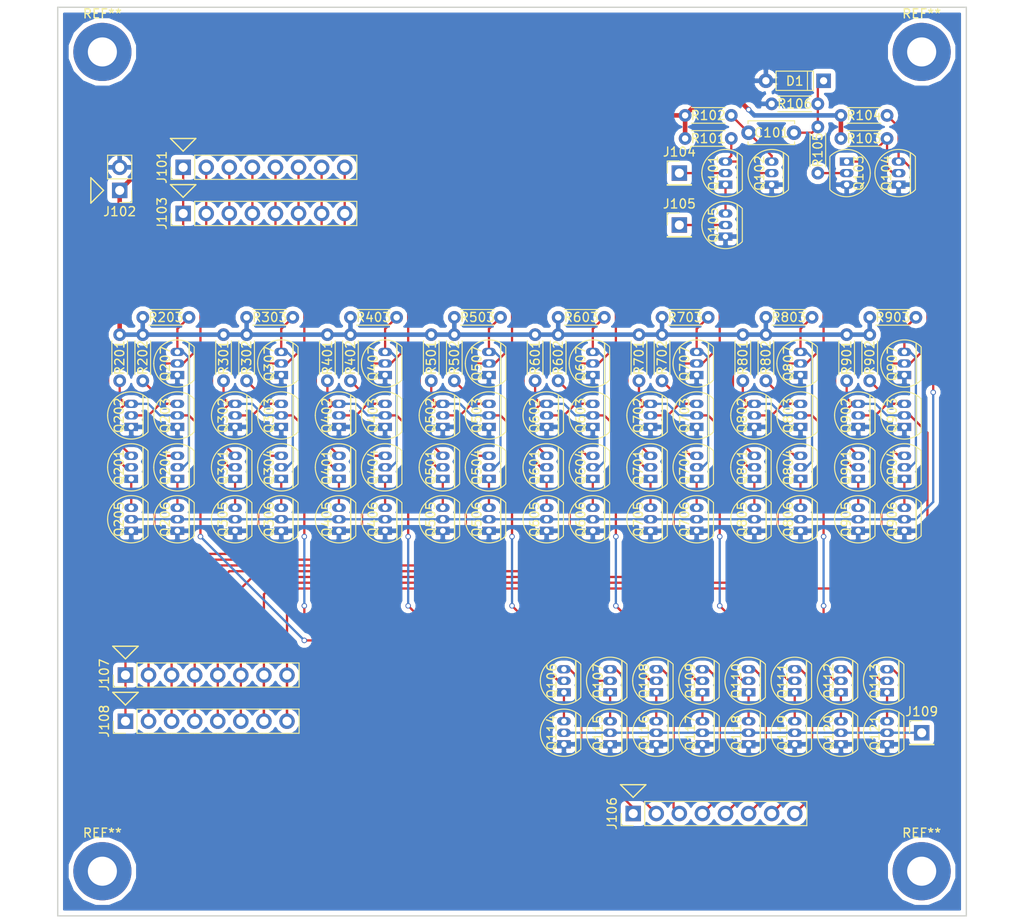
<source format=kicad_pcb>
(kicad_pcb (version 4) (host pcbnew 4.0.7-e2-6376~61~ubuntu18.04.1)
  (layers (0 F.Cu signal) (31 B.Cu signal) (34 B.Paste user) (35 F.Paste user) (36 B.SilkS user) (37 F.SilkS user) (38 B.Mask user) (39 F.Mask user) (44 Edge.Cuts user))
  (net 0 "")
  (net 1 "Net-(C101-Pad1)")
  (net 2 "Net-(C101-Pad2)")
  (net 3 /df1/Data)
  (net 4 /df2/Data)
  (net 5 /df3/Data)
  (net 6 /df4/Data)
  (net 7 /df5/Data)
  (net 8 /df6/Data)
  (net 9 /df7/Data)
  (net 10 /df8/Data)
  (net 11 VCC)
  (net 12 GND)
  (net 13 "Net-(J104-Pad1)")
  (net 14 "Net-(J105-Pad1)")
  (net 15 "Net-(J106-Pad1)")
  (net 16 "Net-(J106-Pad2)")
  (net 17 "Net-(J106-Pad3)")
  (net 18 "Net-(J106-Pad4)")
  (net 19 "Net-(J106-Pad5)")
  (net 20 "Net-(J106-Pad6)")
  (net 21 "Net-(J106-Pad7)")
  (net 22 "Net-(J106-Pad8)")
  (net 23 /df1/Q)
  (net 24 /df2/Q)
  (net 25 /df3/Q)
  (net 26 /df4/Q)
  (net 27 /df5/Q)
  (net 28 /df6/Q)
  (net 29 /df7/Q)
  (net 30 /df8/Q)
  (net 31 "Net-(J109-Pad1)")
  (net 32 "Net-(Q101-Pad3)")
  (net 33 "Net-(Q101-Pad1)")
  (net 34 "Net-(Q103-Pad2)")
  (net 35 "Net-(Q103-Pad1)")
  (net 36 /df1/Clock)
  (net 37 /df1/~Q~)
  (net 38 "Net-(Q106-Pad1)")
  (net 39 /df2/~Q~)
  (net 40 "Net-(Q107-Pad1)")
  (net 41 /df3/~Q~)
  (net 42 "Net-(Q108-Pad1)")
  (net 43 /df4/~Q~)
  (net 44 "Net-(Q109-Pad1)")
  (net 45 /df5/~Q~)
  (net 46 "Net-(Q110-Pad1)")
  (net 47 /df6/~Q~)
  (net 48 "Net-(Q111-Pad1)")
  (net 49 /df7/~Q~)
  (net 50 "Net-(Q112-Pad1)")
  (net 51 /df8/~Q~)
  (net 52 "Net-(Q113-Pad1)")
  (net 53 "Net-(Q201-Pad1)")
  (net 54 "Net-(Q204-Pad2)")
  (net 55 "Net-(Q204-Pad1)")
  (net 56 "Net-(Q301-Pad1)")
  (net 57 "Net-(Q304-Pad2)")
  (net 58 "Net-(Q304-Pad1)")
  (net 59 "Net-(Q401-Pad1)")
  (net 60 "Net-(Q404-Pad2)")
  (net 61 "Net-(Q404-Pad1)")
  (net 62 "Net-(Q501-Pad1)")
  (net 63 "Net-(Q504-Pad2)")
  (net 64 "Net-(Q504-Pad1)")
  (net 65 "Net-(Q601-Pad1)")
  (net 66 "Net-(Q604-Pad2)")
  (net 67 "Net-(Q604-Pad1)")
  (net 68 "Net-(Q701-Pad1)")
  (net 69 "Net-(Q704-Pad2)")
  (net 70 "Net-(Q704-Pad1)")
  (net 71 "Net-(Q801-Pad1)")
  (net 72 "Net-(Q804-Pad2)")
  (net 73 "Net-(Q804-Pad1)")
  (net 74 "Net-(Q901-Pad1)")
  (net 75 "Net-(Q904-Pad2)")
  (net 76 "Net-(Q904-Pad1)")
  (module footprints:C_default (layer F.Cu) (at 117.475 29.21)
    (fp_text reference C101 (at 2.54 0) (layer F.SilkS))
    (fp_text value 100pF)
    (pad 1 thru_hole circle (at 0 0) (size 1.6 1.6) (drill 0.8) (layers *.Cu *.Mask) (net 1 "Net-(C101-Pad1)"))
    (pad 2 thru_hole circle (at 5 0) (size 1.6 1.6) (drill 0.8) (layers *.Cu *.Mask) (net 2 "Net-(C101-Pad2)"))
  )
  (module footprints:PH_1x8 (layer F.Cu) (at 55.245 33.02 90)
    (fp_text reference J101 (at 0 -2.33 90) (layer F.SilkS))
    (fp_text value Conn_01x08)
    (pad 1 thru_hole rect (at 0 0 90) (size 1.7 1.7) (drill 1) (layers *.Cu *.Mask) (net 3 /df1/Data))
    (pad 2 thru_hole oval (at 0 2.54 90) (size 1.7 1.7) (drill 1) (layers *.Cu *.Mask) (net 4 /df2/Data))
    (pad 3 thru_hole oval (at 0 5.08 90) (size 1.7 1.7) (drill 1) (layers *.Cu *.Mask) (net 5 /df3/Data))
    (pad 4 thru_hole oval (at 0 7.62 90) (size 1.7 1.7) (drill 1) (layers *.Cu *.Mask) (net 6 /df4/Data))
    (pad 5 thru_hole oval (at 0 10.16 90) (size 1.7 1.7) (drill 1) (layers *.Cu *.Mask) (net 7 /df5/Data))
    (pad 6 thru_hole oval (at 0 12.7 90) (size 1.7 1.7) (drill 1) (layers *.Cu *.Mask) (net 8 /df6/Data))
    (pad 7 thru_hole oval (at 0 15.24 90) (size 1.7 1.7) (drill 1) (layers *.Cu *.Mask) (net 9 /df7/Data))
    (pad 8 thru_hole oval (at 0 17.78 90) (size 1.7 1.7) (drill 1) (layers *.Cu *.Mask) (net 10 /df8/Data))
  )
  (module footprints:PH_1x2 (layer F.Cu) (at 48.26 35.56 180)
    (fp_text reference J102 (at 0 -2.33 180) (layer F.SilkS))
    (fp_text value Conn_01x02_Power)
    (pad 1 thru_hole rect (at 0 0 180) (size 1.7 1.7) (drill 1) (layers *.Cu *.Mask) (net 11 VCC))
    (pad 2 thru_hole oval (at 0 2.54 180) (size 1.7 1.7) (drill 1) (layers *.Cu *.Mask) (net 12 GND))
  )
  (module footprints:PH_1x8 (layer F.Cu) (at 55.245 38.1 90)
    (fp_text reference J103 (at 0 -2.33 90) (layer F.SilkS))
    (fp_text value Conn_01x08)
    (pad 1 thru_hole rect (at 0 0 90) (size 1.7 1.7) (drill 1) (layers *.Cu *.Mask) (net 3 /df1/Data))
    (pad 2 thru_hole oval (at 0 2.54 90) (size 1.7 1.7) (drill 1) (layers *.Cu *.Mask) (net 4 /df2/Data))
    (pad 3 thru_hole oval (at 0 5.08 90) (size 1.7 1.7) (drill 1) (layers *.Cu *.Mask) (net 5 /df3/Data))
    (pad 4 thru_hole oval (at 0 7.62 90) (size 1.7 1.7) (drill 1) (layers *.Cu *.Mask) (net 6 /df4/Data))
    (pad 5 thru_hole oval (at 0 10.16 90) (size 1.7 1.7) (drill 1) (layers *.Cu *.Mask) (net 7 /df5/Data))
    (pad 6 thru_hole oval (at 0 12.7 90) (size 1.7 1.7) (drill 1) (layers *.Cu *.Mask) (net 8 /df6/Data))
    (pad 7 thru_hole oval (at 0 15.24 90) (size 1.7 1.7) (drill 1) (layers *.Cu *.Mask) (net 9 /df7/Data))
    (pad 8 thru_hole oval (at 0 17.78 90) (size 1.7 1.7) (drill 1) (layers *.Cu *.Mask) (net 10 /df8/Data))
  )
  (module footprints:PH_1x1 (layer F.Cu) (at 109.855 33.655)
    (fp_text reference J104 (at 0 -2.33) (layer F.SilkS))
    (fp_text value Conn_01x01)
    (pad 1 thru_hole rect (at 0 0) (size 1.7 1.7) (drill 1) (layers *.Cu *.Mask) (net 13 "Net-(J104-Pad1)"))
  )
  (module footprints:PH_1x1 (layer F.Cu) (at 109.855 39.37)
    (fp_text reference J105 (at 0 -2.33) (layer F.SilkS))
    (fp_text value Conn_01x01)
    (pad 1 thru_hole rect (at 0 0) (size 1.7 1.7) (drill 1) (layers *.Cu *.Mask) (net 14 "Net-(J105-Pad1)"))
  )
  (module footprints:PH_1x8 (layer F.Cu) (at 104.775 104.14 90)
    (fp_text reference J106 (at 0 -2.33 90) (layer F.SilkS))
    (fp_text value Conn_01x08)
    (pad 1 thru_hole rect (at 0 0 90) (size 1.7 1.7) (drill 1) (layers *.Cu *.Mask) (net 15 "Net-(J106-Pad1)"))
    (pad 2 thru_hole oval (at 0 2.54 90) (size 1.7 1.7) (drill 1) (layers *.Cu *.Mask) (net 16 "Net-(J106-Pad2)"))
    (pad 3 thru_hole oval (at 0 5.08 90) (size 1.7 1.7) (drill 1) (layers *.Cu *.Mask) (net 17 "Net-(J106-Pad3)"))
    (pad 4 thru_hole oval (at 0 7.62 90) (size 1.7 1.7) (drill 1) (layers *.Cu *.Mask) (net 18 "Net-(J106-Pad4)"))
    (pad 5 thru_hole oval (at 0 10.16 90) (size 1.7 1.7) (drill 1) (layers *.Cu *.Mask) (net 19 "Net-(J106-Pad5)"))
    (pad 6 thru_hole oval (at 0 12.7 90) (size 1.7 1.7) (drill 1) (layers *.Cu *.Mask) (net 20 "Net-(J106-Pad6)"))
    (pad 7 thru_hole oval (at 0 15.24 90) (size 1.7 1.7) (drill 1) (layers *.Cu *.Mask) (net 21 "Net-(J106-Pad7)"))
    (pad 8 thru_hole oval (at 0 17.78 90) (size 1.7 1.7) (drill 1) (layers *.Cu *.Mask) (net 22 "Net-(J106-Pad8)"))
  )
  (module footprints:PH_1x8 (layer F.Cu) (at 48.895 88.9 90)
    (fp_text reference J107 (at 0 -2.33 90) (layer F.SilkS))
    (fp_text value Conn_01x08)
    (pad 1 thru_hole rect (at 0 0 90) (size 1.7 1.7) (drill 1) (layers *.Cu *.Mask) (net 23 /df1/Q))
    (pad 2 thru_hole oval (at 0 2.54 90) (size 1.7 1.7) (drill 1) (layers *.Cu *.Mask) (net 24 /df2/Q))
    (pad 3 thru_hole oval (at 0 5.08 90) (size 1.7 1.7) (drill 1) (layers *.Cu *.Mask) (net 25 /df3/Q))
    (pad 4 thru_hole oval (at 0 7.62 90) (size 1.7 1.7) (drill 1) (layers *.Cu *.Mask) (net 26 /df4/Q))
    (pad 5 thru_hole oval (at 0 10.16 90) (size 1.7 1.7) (drill 1) (layers *.Cu *.Mask) (net 27 /df5/Q))
    (pad 6 thru_hole oval (at 0 12.7 90) (size 1.7 1.7) (drill 1) (layers *.Cu *.Mask) (net 28 /df6/Q))
    (pad 7 thru_hole oval (at 0 15.24 90) (size 1.7 1.7) (drill 1) (layers *.Cu *.Mask) (net 29 /df7/Q))
    (pad 8 thru_hole oval (at 0 17.78 90) (size 1.7 1.7) (drill 1) (layers *.Cu *.Mask) (net 30 /df8/Q))
  )
  (module footprints:PH_1x8 (layer F.Cu) (at 48.895 93.98 90)
    (fp_text reference J108 (at 0 -2.33 90) (layer F.SilkS))
    (fp_text value Conn_01x08)
    (pad 1 thru_hole rect (at 0 0 90) (size 1.7 1.7) (drill 1) (layers *.Cu *.Mask) (net 23 /df1/Q))
    (pad 2 thru_hole oval (at 0 2.54 90) (size 1.7 1.7) (drill 1) (layers *.Cu *.Mask) (net 24 /df2/Q))
    (pad 3 thru_hole oval (at 0 5.08 90) (size 1.7 1.7) (drill 1) (layers *.Cu *.Mask) (net 25 /df3/Q))
    (pad 4 thru_hole oval (at 0 7.62 90) (size 1.7 1.7) (drill 1) (layers *.Cu *.Mask) (net 26 /df4/Q))
    (pad 5 thru_hole oval (at 0 10.16 90) (size 1.7 1.7) (drill 1) (layers *.Cu *.Mask) (net 27 /df5/Q))
    (pad 6 thru_hole oval (at 0 12.7 90) (size 1.7 1.7) (drill 1) (layers *.Cu *.Mask) (net 28 /df6/Q))
    (pad 7 thru_hole oval (at 0 15.24 90) (size 1.7 1.7) (drill 1) (layers *.Cu *.Mask) (net 29 /df7/Q))
    (pad 8 thru_hole oval (at 0 17.78 90) (size 1.7 1.7) (drill 1) (layers *.Cu *.Mask) (net 30 /df8/Q))
  )
  (module footprints:PH_1x1 (layer F.Cu) (at 136.525 95.25)
    (fp_text reference J109 (at 0 -2.33) (layer F.SilkS))
    (fp_text value Conn_01x01)
    (pad 1 thru_hole rect (at 0 0) (size 1.7 1.7) (drill 1) (layers *.Cu *.Mask) (net 31 "Net-(J109-Pad1)"))
  )
  (module footprints:TO-92-FET (layer F.Cu) (at 114.935 34.925 90)
    (fp_text reference Q101 (at 1.27 -1.3335 90) (layer F.SilkS))
    (fp_text value 2N7000)
    (pad 2 thru_hole oval (at 1.27 0 270) (size 0.9 1.5) (drill 0.6) (layers *.Cu *.Mask) (net 13 "Net-(J104-Pad1)"))
    (pad 3 thru_hole oval (at 2.54 0 270) (size 0.9 1.5) (drill 0.6) (layers *.Cu *.Mask) (net 32 "Net-(Q101-Pad3)"))
    (pad 1 thru_hole rect (at 0 0 270) (size 0.9 1.5) (drill 0.6) (layers *.Cu *.Mask) (net 33 "Net-(Q101-Pad1)"))
  )
  (module footprints:TO-92-FET (layer F.Cu) (at 120.015 34.925 90)
    (fp_text reference Q102 (at 1.27 -1.3335 90) (layer F.SilkS))
    (fp_text value 2N7000)
    (pad 2 thru_hole oval (at 1.27 0 270) (size 0.9 1.5) (drill 0.6) (layers *.Cu *.Mask) (net 32 "Net-(Q101-Pad3)"))
    (pad 3 thru_hole oval (at 2.54 0 270) (size 0.9 1.5) (drill 0.6) (layers *.Cu *.Mask) (net 1 "Net-(C101-Pad1)"))
    (pad 1 thru_hole rect (at 0 0 270) (size 0.9 1.5) (drill 0.6) (layers *.Cu *.Mask) (net 12 GND))
  )
  (module footprints:TO-92-BJT (layer F.Cu) (at 128.27 32.385 270)
    (fp_text reference Q103 (at 1.27 -1.3335 270) (layer F.SilkS))
    (fp_text value BC547)
    (pad 2 thru_hole oval (at 1.27 0 90) (size 0.9 1.5) (drill 0.6) (layers *.Cu *.Mask) (net 34 "Net-(Q103-Pad2)"))
    (pad 3 thru_hole oval (at 2.54 0 90) (size 0.9 1.5) (drill 0.6) (layers *.Cu *.Mask) (net 12 GND))
    (pad 1 thru_hole rect (at 0 0 90) (size 0.9 1.5) (drill 0.6) (layers *.Cu *.Mask) (net 35 "Net-(Q103-Pad1)"))
  )
  (module footprints:TO-92-FET (layer F.Cu) (at 133.985 34.925 90)
    (fp_text reference Q104 (at 1.27 -1.3335 90) (layer F.SilkS))
    (fp_text value 2N7000)
    (pad 2 thru_hole oval (at 1.27 0 270) (size 0.9 1.5) (drill 0.6) (layers *.Cu *.Mask) (net 35 "Net-(Q103-Pad1)"))
    (pad 3 thru_hole oval (at 2.54 0 270) (size 0.9 1.5) (drill 0.6) (layers *.Cu *.Mask) (net 36 /df1/Clock))
    (pad 1 thru_hole rect (at 0 0 270) (size 0.9 1.5) (drill 0.6) (layers *.Cu *.Mask) (net 12 GND))
  )
  (module footprints:TO-92-FET (layer F.Cu) (at 114.935 40.64 90)
    (fp_text reference Q105 (at 1.27 -1.3335 90) (layer F.SilkS))
    (fp_text value 2N7000)
    (pad 2 thru_hole oval (at 1.27 0 270) (size 0.9 1.5) (drill 0.6) (layers *.Cu *.Mask) (net 14 "Net-(J105-Pad1)"))
    (pad 3 thru_hole oval (at 2.54 0 270) (size 0.9 1.5) (drill 0.6) (layers *.Cu *.Mask) (net 33 "Net-(Q101-Pad1)"))
    (pad 1 thru_hole rect (at 0 0 270) (size 0.9 1.5) (drill 0.6) (layers *.Cu *.Mask) (net 12 GND))
  )
  (module footprints:TO-92-FET (layer F.Cu) (at 97.155 90.805 90)
    (fp_text reference Q106 (at 1.27 -1.3335 90) (layer F.SilkS))
    (fp_text value 2N7000)
    (pad 2 thru_hole oval (at 1.27 0 270) (size 0.9 1.5) (drill 0.6) (layers *.Cu *.Mask) (net 37 /df1/~Q~))
    (pad 3 thru_hole oval (at 2.54 0 270) (size 0.9 1.5) (drill 0.6) (layers *.Cu *.Mask) (net 15 "Net-(J106-Pad1)"))
    (pad 1 thru_hole rect (at 0 0 270) (size 0.9 1.5) (drill 0.6) (layers *.Cu *.Mask) (net 38 "Net-(Q106-Pad1)"))
  )
  (module footprints:TO-92-FET (layer F.Cu) (at 102.235 90.805 90)
    (fp_text reference Q107 (at 1.27 -1.3335 90) (layer F.SilkS))
    (fp_text value 2N7000)
    (pad 2 thru_hole oval (at 1.27 0 270) (size 0.9 1.5) (drill 0.6) (layers *.Cu *.Mask) (net 39 /df2/~Q~))
    (pad 3 thru_hole oval (at 2.54 0 270) (size 0.9 1.5) (drill 0.6) (layers *.Cu *.Mask) (net 16 "Net-(J106-Pad2)"))
    (pad 1 thru_hole rect (at 0 0 270) (size 0.9 1.5) (drill 0.6) (layers *.Cu *.Mask) (net 40 "Net-(Q107-Pad1)"))
  )
  (module footprints:TO-92-FET (layer F.Cu) (at 107.315 90.805 90)
    (fp_text reference Q108 (at 1.27 -1.3335 90) (layer F.SilkS))
    (fp_text value 2N7000)
    (pad 2 thru_hole oval (at 1.27 0 270) (size 0.9 1.5) (drill 0.6) (layers *.Cu *.Mask) (net 41 /df3/~Q~))
    (pad 3 thru_hole oval (at 2.54 0 270) (size 0.9 1.5) (drill 0.6) (layers *.Cu *.Mask) (net 17 "Net-(J106-Pad3)"))
    (pad 1 thru_hole rect (at 0 0 270) (size 0.9 1.5) (drill 0.6) (layers *.Cu *.Mask) (net 42 "Net-(Q108-Pad1)"))
  )
  (module footprints:TO-92-FET (layer F.Cu) (at 112.395 90.805 90)
    (fp_text reference Q109 (at 1.27 -1.3335 90) (layer F.SilkS))
    (fp_text value 2N7000)
    (pad 2 thru_hole oval (at 1.27 0 270) (size 0.9 1.5) (drill 0.6) (layers *.Cu *.Mask) (net 43 /df4/~Q~))
    (pad 3 thru_hole oval (at 2.54 0 270) (size 0.9 1.5) (drill 0.6) (layers *.Cu *.Mask) (net 18 "Net-(J106-Pad4)"))
    (pad 1 thru_hole rect (at 0 0 270) (size 0.9 1.5) (drill 0.6) (layers *.Cu *.Mask) (net 44 "Net-(Q109-Pad1)"))
  )
  (module footprints:TO-92-FET (layer F.Cu) (at 117.475 90.805 90)
    (fp_text reference Q110 (at 1.27 -1.3335 90) (layer F.SilkS))
    (fp_text value 2N7000)
    (pad 2 thru_hole oval (at 1.27 0 270) (size 0.9 1.5) (drill 0.6) (layers *.Cu *.Mask) (net 45 /df5/~Q~))
    (pad 3 thru_hole oval (at 2.54 0 270) (size 0.9 1.5) (drill 0.6) (layers *.Cu *.Mask) (net 19 "Net-(J106-Pad5)"))
    (pad 1 thru_hole rect (at 0 0 270) (size 0.9 1.5) (drill 0.6) (layers *.Cu *.Mask) (net 46 "Net-(Q110-Pad1)"))
  )
  (module footprints:TO-92-FET (layer F.Cu) (at 122.555 90.805 90)
    (fp_text reference Q111 (at 1.27 -1.3335 90) (layer F.SilkS))
    (fp_text value 2N7000)
    (pad 2 thru_hole oval (at 1.27 0 270) (size 0.9 1.5) (drill 0.6) (layers *.Cu *.Mask) (net 47 /df6/~Q~))
    (pad 3 thru_hole oval (at 2.54 0 270) (size 0.9 1.5) (drill 0.6) (layers *.Cu *.Mask) (net 20 "Net-(J106-Pad6)"))
    (pad 1 thru_hole rect (at 0 0 270) (size 0.9 1.5) (drill 0.6) (layers *.Cu *.Mask) (net 48 "Net-(Q111-Pad1)"))
  )
  (module footprints:TO-92-FET (layer F.Cu) (at 127.635 90.805 90)
    (fp_text reference Q112 (at 1.27 -1.3335 90) (layer F.SilkS))
    (fp_text value 2N7000)
    (pad 2 thru_hole oval (at 1.27 0 270) (size 0.9 1.5) (drill 0.6) (layers *.Cu *.Mask) (net 49 /df7/~Q~))
    (pad 3 thru_hole oval (at 2.54 0 270) (size 0.9 1.5) (drill 0.6) (layers *.Cu *.Mask) (net 21 "Net-(J106-Pad7)"))
    (pad 1 thru_hole rect (at 0 0 270) (size 0.9 1.5) (drill 0.6) (layers *.Cu *.Mask) (net 50 "Net-(Q112-Pad1)"))
  )
  (module footprints:TO-92-FET (layer F.Cu) (at 132.715 90.805 90)
    (fp_text reference Q113 (at 1.27 -1.3335 90) (layer F.SilkS))
    (fp_text value 2N7000)
    (pad 2 thru_hole oval (at 1.27 0 270) (size 0.9 1.5) (drill 0.6) (layers *.Cu *.Mask) (net 51 /df8/~Q~))
    (pad 3 thru_hole oval (at 2.54 0 270) (size 0.9 1.5) (drill 0.6) (layers *.Cu *.Mask) (net 22 "Net-(J106-Pad8)"))
    (pad 1 thru_hole rect (at 0 0 270) (size 0.9 1.5) (drill 0.6) (layers *.Cu *.Mask) (net 52 "Net-(Q113-Pad1)"))
  )
  (module footprints:TO-92-FET (layer F.Cu) (at 97.155 96.52 90)
    (fp_text reference Q114 (at 1.27 -1.3335 90) (layer F.SilkS))
    (fp_text value 2N7000)
    (pad 2 thru_hole oval (at 1.27 0 270) (size 0.9 1.5) (drill 0.6) (layers *.Cu *.Mask) (net 31 "Net-(J109-Pad1)"))
    (pad 3 thru_hole oval (at 2.54 0 270) (size 0.9 1.5) (drill 0.6) (layers *.Cu *.Mask) (net 38 "Net-(Q106-Pad1)"))
    (pad 1 thru_hole rect (at 0 0 270) (size 0.9 1.5) (drill 0.6) (layers *.Cu *.Mask) (net 12 GND))
  )
  (module footprints:TO-92-FET (layer F.Cu) (at 102.235 96.52 90)
    (fp_text reference Q115 (at 1.27 -1.3335 90) (layer F.SilkS))
    (fp_text value 2N7000)
    (pad 2 thru_hole oval (at 1.27 0 270) (size 0.9 1.5) (drill 0.6) (layers *.Cu *.Mask) (net 31 "Net-(J109-Pad1)"))
    (pad 3 thru_hole oval (at 2.54 0 270) (size 0.9 1.5) (drill 0.6) (layers *.Cu *.Mask) (net 40 "Net-(Q107-Pad1)"))
    (pad 1 thru_hole rect (at 0 0 270) (size 0.9 1.5) (drill 0.6) (layers *.Cu *.Mask) (net 12 GND))
  )
  (module footprints:TO-92-FET (layer F.Cu) (at 107.315 96.52 90)
    (fp_text reference Q116 (at 1.27 -1.3335 90) (layer F.SilkS))
    (fp_text value 2N7000)
    (pad 2 thru_hole oval (at 1.27 0 270) (size 0.9 1.5) (drill 0.6) (layers *.Cu *.Mask) (net 31 "Net-(J109-Pad1)"))
    (pad 3 thru_hole oval (at 2.54 0 270) (size 0.9 1.5) (drill 0.6) (layers *.Cu *.Mask) (net 42 "Net-(Q108-Pad1)"))
    (pad 1 thru_hole rect (at 0 0 270) (size 0.9 1.5) (drill 0.6) (layers *.Cu *.Mask) (net 12 GND))
  )
  (module footprints:TO-92-FET (layer F.Cu) (at 112.395 96.52 90)
    (fp_text reference Q117 (at 1.27 -1.3335 90) (layer F.SilkS))
    (fp_text value 2N7000)
    (pad 2 thru_hole oval (at 1.27 0 270) (size 0.9 1.5) (drill 0.6) (layers *.Cu *.Mask) (net 31 "Net-(J109-Pad1)"))
    (pad 3 thru_hole oval (at 2.54 0 270) (size 0.9 1.5) (drill 0.6) (layers *.Cu *.Mask) (net 44 "Net-(Q109-Pad1)"))
    (pad 1 thru_hole rect (at 0 0 270) (size 0.9 1.5) (drill 0.6) (layers *.Cu *.Mask) (net 12 GND))
  )
  (module footprints:TO-92-FET (layer F.Cu) (at 117.475 96.52 90)
    (fp_text reference Q118 (at 1.27 -1.3335 90) (layer F.SilkS))
    (fp_text value 2N7000)
    (pad 2 thru_hole oval (at 1.27 0 270) (size 0.9 1.5) (drill 0.6) (layers *.Cu *.Mask) (net 31 "Net-(J109-Pad1)"))
    (pad 3 thru_hole oval (at 2.54 0 270) (size 0.9 1.5) (drill 0.6) (layers *.Cu *.Mask) (net 46 "Net-(Q110-Pad1)"))
    (pad 1 thru_hole rect (at 0 0 270) (size 0.9 1.5) (drill 0.6) (layers *.Cu *.Mask) (net 12 GND))
  )
  (module footprints:TO-92-FET (layer F.Cu) (at 122.555 96.52 90)
    (fp_text reference Q119 (at 1.27 -1.3335 90) (layer F.SilkS))
    (fp_text value 2N7000)
    (pad 2 thru_hole oval (at 1.27 0 270) (size 0.9 1.5) (drill 0.6) (layers *.Cu *.Mask) (net 31 "Net-(J109-Pad1)"))
    (pad 3 thru_hole oval (at 2.54 0 270) (size 0.9 1.5) (drill 0.6) (layers *.Cu *.Mask) (net 48 "Net-(Q111-Pad1)"))
    (pad 1 thru_hole rect (at 0 0 270) (size 0.9 1.5) (drill 0.6) (layers *.Cu *.Mask) (net 12 GND))
  )
  (module footprints:TO-92-FET (layer F.Cu) (at 127.635 96.52 90)
    (fp_text reference Q120 (at 1.27 -1.3335 90) (layer F.SilkS))
    (fp_text value 2N7000)
    (pad 2 thru_hole oval (at 1.27 0 270) (size 0.9 1.5) (drill 0.6) (layers *.Cu *.Mask) (net 31 "Net-(J109-Pad1)"))
    (pad 3 thru_hole oval (at 2.54 0 270) (size 0.9 1.5) (drill 0.6) (layers *.Cu *.Mask) (net 50 "Net-(Q112-Pad1)"))
    (pad 1 thru_hole rect (at 0 0 270) (size 0.9 1.5) (drill 0.6) (layers *.Cu *.Mask) (net 12 GND))
  )
  (module footprints:TO-92-FET (layer F.Cu) (at 132.715 96.52 90)
    (fp_text reference Q121 (at 1.27 -1.3335 90) (layer F.SilkS))
    (fp_text value 2N7000)
    (pad 2 thru_hole oval (at 1.27 0 270) (size 0.9 1.5) (drill 0.6) (layers *.Cu *.Mask) (net 31 "Net-(J109-Pad1)"))
    (pad 3 thru_hole oval (at 2.54 0 270) (size 0.9 1.5) (drill 0.6) (layers *.Cu *.Mask) (net 52 "Net-(Q113-Pad1)"))
    (pad 1 thru_hole rect (at 0 0 270) (size 0.9 1.5) (drill 0.6) (layers *.Cu *.Mask) (net 12 GND))
  )
  (module footprints:TO-92-FET (layer F.Cu) (at 49.53 67.31 90)
    (fp_text reference Q201 (at 1.27 -1.3335 90) (layer F.SilkS))
    (fp_text value 2N7000)
    (pad 2 thru_hole oval (at 1.27 0 270) (size 0.9 1.5) (drill 0.6) (layers *.Cu *.Mask) (net 3 /df1/Data))
    (pad 3 thru_hole oval (at 2.54 0 270) (size 0.9 1.5) (drill 0.6) (layers *.Cu *.Mask) (net 37 /df1/~Q~))
    (pad 1 thru_hole rect (at 0 0 270) (size 0.9 1.5) (drill 0.6) (layers *.Cu *.Mask) (net 53 "Net-(Q201-Pad1)"))
  )
  (module footprints:TO-92-FET (layer F.Cu) (at 49.53 61.595 90)
    (fp_text reference Q202 (at 1.27 -1.3335 90) (layer F.SilkS))
    (fp_text value 2N7000)
    (pad 2 thru_hole oval (at 1.27 0 270) (size 0.9 1.5) (drill 0.6) (layers *.Cu *.Mask) (net 23 /df1/Q))
    (pad 3 thru_hole oval (at 2.54 0 270) (size 0.9 1.5) (drill 0.6) (layers *.Cu *.Mask) (net 37 /df1/~Q~))
    (pad 1 thru_hole rect (at 0 0 270) (size 0.9 1.5) (drill 0.6) (layers *.Cu *.Mask) (net 12 GND))
  )
  (module footprints:TO-92-FET (layer F.Cu) (at 54.61 61.595 90)
    (fp_text reference Q203 (at 1.27 -1.3335 90) (layer F.SilkS))
    (fp_text value 2N7000)
    (pad 2 thru_hole oval (at 1.27 0 270) (size 0.9 1.5) (drill 0.6) (layers *.Cu *.Mask) (net 37 /df1/~Q~))
    (pad 3 thru_hole oval (at 2.54 0 270) (size 0.9 1.5) (drill 0.6) (layers *.Cu *.Mask) (net 23 /df1/Q))
    (pad 1 thru_hole rect (at 0 0 270) (size 0.9 1.5) (drill 0.6) (layers *.Cu *.Mask) (net 12 GND))
  )
  (module footprints:TO-92-FET (layer F.Cu) (at 54.61 67.31 90)
    (fp_text reference Q204 (at 1.27 -1.3335 90) (layer F.SilkS))
    (fp_text value 2N7000)
    (pad 2 thru_hole oval (at 1.27 0 270) (size 0.9 1.5) (drill 0.6) (layers *.Cu *.Mask) (net 54 "Net-(Q204-Pad2)"))
    (pad 3 thru_hole oval (at 2.54 0 270) (size 0.9 1.5) (drill 0.6) (layers *.Cu *.Mask) (net 23 /df1/Q))
    (pad 1 thru_hole rect (at 0 0 270) (size 0.9 1.5) (drill 0.6) (layers *.Cu *.Mask) (net 55 "Net-(Q204-Pad1)"))
  )
  (module footprints:TO-92-FET (layer F.Cu) (at 49.53 73.025 90)
    (fp_text reference Q205 (at 1.27 -1.3335 90) (layer F.SilkS))
    (fp_text value 2N7000)
    (pad 2 thru_hole oval (at 1.27 0 270) (size 0.9 1.5) (drill 0.6) (layers *.Cu *.Mask) (net 36 /df1/Clock))
    (pad 3 thru_hole oval (at 2.54 0 270) (size 0.9 1.5) (drill 0.6) (layers *.Cu *.Mask) (net 53 "Net-(Q201-Pad1)"))
    (pad 1 thru_hole rect (at 0 0 270) (size 0.9 1.5) (drill 0.6) (layers *.Cu *.Mask) (net 12 GND))
  )
  (module footprints:TO-92-FET (layer F.Cu) (at 54.61 73.025 90)
    (fp_text reference Q206 (at 1.27 -1.3335 90) (layer F.SilkS))
    (fp_text value 2N7000)
    (pad 2 thru_hole oval (at 1.27 0 270) (size 0.9 1.5) (drill 0.6) (layers *.Cu *.Mask) (net 36 /df1/Clock))
    (pad 3 thru_hole oval (at 2.54 0 270) (size 0.9 1.5) (drill 0.6) (layers *.Cu *.Mask) (net 55 "Net-(Q204-Pad1)"))
    (pad 1 thru_hole rect (at 0 0 270) (size 0.9 1.5) (drill 0.6) (layers *.Cu *.Mask) (net 12 GND))
  )
  (module footprints:TO-92-FET (layer F.Cu) (at 54.61 55.88 90)
    (fp_text reference Q207 (at 1.27 -1.3335 90) (layer F.SilkS))
    (fp_text value 2N7000)
    (pad 2 thru_hole oval (at 1.27 0 270) (size 0.9 1.5) (drill 0.6) (layers *.Cu *.Mask) (net 3 /df1/Data))
    (pad 3 thru_hole oval (at 2.54 0 270) (size 0.9 1.5) (drill 0.6) (layers *.Cu *.Mask) (net 54 "Net-(Q204-Pad2)"))
    (pad 1 thru_hole rect (at 0 0 270) (size 0.9 1.5) (drill 0.6) (layers *.Cu *.Mask) (net 12 GND))
  )
  (module footprints:TO-92-FET (layer F.Cu) (at 60.96 67.31 90)
    (fp_text reference Q301 (at 1.27 -1.3335 90) (layer F.SilkS))
    (fp_text value 2N7000)
    (pad 2 thru_hole oval (at 1.27 0 270) (size 0.9 1.5) (drill 0.6) (layers *.Cu *.Mask) (net 4 /df2/Data))
    (pad 3 thru_hole oval (at 2.54 0 270) (size 0.9 1.5) (drill 0.6) (layers *.Cu *.Mask) (net 39 /df2/~Q~))
    (pad 1 thru_hole rect (at 0 0 270) (size 0.9 1.5) (drill 0.6) (layers *.Cu *.Mask) (net 56 "Net-(Q301-Pad1)"))
  )
  (module footprints:TO-92-FET (layer F.Cu) (at 60.96 61.595 90)
    (fp_text reference Q302 (at 1.27 -1.3335 90) (layer F.SilkS))
    (fp_text value 2N7000)
    (pad 2 thru_hole oval (at 1.27 0 270) (size 0.9 1.5) (drill 0.6) (layers *.Cu *.Mask) (net 24 /df2/Q))
    (pad 3 thru_hole oval (at 2.54 0 270) (size 0.9 1.5) (drill 0.6) (layers *.Cu *.Mask) (net 39 /df2/~Q~))
    (pad 1 thru_hole rect (at 0 0 270) (size 0.9 1.5) (drill 0.6) (layers *.Cu *.Mask) (net 12 GND))
  )
  (module footprints:TO-92-FET (layer F.Cu) (at 66.04 61.595 90)
    (fp_text reference Q303 (at 1.27 -1.3335 90) (layer F.SilkS))
    (fp_text value 2N7000)
    (pad 2 thru_hole oval (at 1.27 0 270) (size 0.9 1.5) (drill 0.6) (layers *.Cu *.Mask) (net 39 /df2/~Q~))
    (pad 3 thru_hole oval (at 2.54 0 270) (size 0.9 1.5) (drill 0.6) (layers *.Cu *.Mask) (net 24 /df2/Q))
    (pad 1 thru_hole rect (at 0 0 270) (size 0.9 1.5) (drill 0.6) (layers *.Cu *.Mask) (net 12 GND))
  )
  (module footprints:TO-92-FET (layer F.Cu) (at 66.04 67.31 90)
    (fp_text reference Q304 (at 1.27 -1.3335 90) (layer F.SilkS))
    (fp_text value 2N7000)
    (pad 2 thru_hole oval (at 1.27 0 270) (size 0.9 1.5) (drill 0.6) (layers *.Cu *.Mask) (net 57 "Net-(Q304-Pad2)"))
    (pad 3 thru_hole oval (at 2.54 0 270) (size 0.9 1.5) (drill 0.6) (layers *.Cu *.Mask) (net 24 /df2/Q))
    (pad 1 thru_hole rect (at 0 0 270) (size 0.9 1.5) (drill 0.6) (layers *.Cu *.Mask) (net 58 "Net-(Q304-Pad1)"))
  )
  (module footprints:TO-92-FET (layer F.Cu) (at 60.96 73.025 90)
    (fp_text reference Q305 (at 1.27 -1.3335 90) (layer F.SilkS))
    (fp_text value 2N7000)
    (pad 2 thru_hole oval (at 1.27 0 270) (size 0.9 1.5) (drill 0.6) (layers *.Cu *.Mask) (net 36 /df1/Clock))
    (pad 3 thru_hole oval (at 2.54 0 270) (size 0.9 1.5) (drill 0.6) (layers *.Cu *.Mask) (net 56 "Net-(Q301-Pad1)"))
    (pad 1 thru_hole rect (at 0 0 270) (size 0.9 1.5) (drill 0.6) (layers *.Cu *.Mask) (net 12 GND))
  )
  (module footprints:TO-92-FET (layer F.Cu) (at 66.04 73.025 90)
    (fp_text reference Q306 (at 1.27 -1.3335 90) (layer F.SilkS))
    (fp_text value 2N7000)
    (pad 2 thru_hole oval (at 1.27 0 270) (size 0.9 1.5) (drill 0.6) (layers *.Cu *.Mask) (net 36 /df1/Clock))
    (pad 3 thru_hole oval (at 2.54 0 270) (size 0.9 1.5) (drill 0.6) (layers *.Cu *.Mask) (net 58 "Net-(Q304-Pad1)"))
    (pad 1 thru_hole rect (at 0 0 270) (size 0.9 1.5) (drill 0.6) (layers *.Cu *.Mask) (net 12 GND))
  )
  (module footprints:TO-92-FET (layer F.Cu) (at 66.04 55.88 90)
    (fp_text reference Q307 (at 1.27 -1.3335 90) (layer F.SilkS))
    (fp_text value 2N7000)
    (pad 2 thru_hole oval (at 1.27 0 270) (size 0.9 1.5) (drill 0.6) (layers *.Cu *.Mask) (net 4 /df2/Data))
    (pad 3 thru_hole oval (at 2.54 0 270) (size 0.9 1.5) (drill 0.6) (layers *.Cu *.Mask) (net 57 "Net-(Q304-Pad2)"))
    (pad 1 thru_hole rect (at 0 0 270) (size 0.9 1.5) (drill 0.6) (layers *.Cu *.Mask) (net 12 GND))
  )
  (module footprints:TO-92-FET (layer F.Cu) (at 72.39 67.31 90)
    (fp_text reference Q401 (at 1.27 -1.3335 90) (layer F.SilkS))
    (fp_text value 2N7000)
    (pad 2 thru_hole oval (at 1.27 0 270) (size 0.9 1.5) (drill 0.6) (layers *.Cu *.Mask) (net 5 /df3/Data))
    (pad 3 thru_hole oval (at 2.54 0 270) (size 0.9 1.5) (drill 0.6) (layers *.Cu *.Mask) (net 41 /df3/~Q~))
    (pad 1 thru_hole rect (at 0 0 270) (size 0.9 1.5) (drill 0.6) (layers *.Cu *.Mask) (net 59 "Net-(Q401-Pad1)"))
  )
  (module footprints:TO-92-FET (layer F.Cu) (at 72.39 61.595 90)
    (fp_text reference Q402 (at 1.27 -1.3335 90) (layer F.SilkS))
    (fp_text value 2N7000)
    (pad 2 thru_hole oval (at 1.27 0 270) (size 0.9 1.5) (drill 0.6) (layers *.Cu *.Mask) (net 25 /df3/Q))
    (pad 3 thru_hole oval (at 2.54 0 270) (size 0.9 1.5) (drill 0.6) (layers *.Cu *.Mask) (net 41 /df3/~Q~))
    (pad 1 thru_hole rect (at 0 0 270) (size 0.9 1.5) (drill 0.6) (layers *.Cu *.Mask) (net 12 GND))
  )
  (module footprints:TO-92-FET (layer F.Cu) (at 77.47 61.595 90)
    (fp_text reference Q403 (at 1.27 -1.3335 90) (layer F.SilkS))
    (fp_text value 2N7000)
    (pad 2 thru_hole oval (at 1.27 0 270) (size 0.9 1.5) (drill 0.6) (layers *.Cu *.Mask) (net 41 /df3/~Q~))
    (pad 3 thru_hole oval (at 2.54 0 270) (size 0.9 1.5) (drill 0.6) (layers *.Cu *.Mask) (net 25 /df3/Q))
    (pad 1 thru_hole rect (at 0 0 270) (size 0.9 1.5) (drill 0.6) (layers *.Cu *.Mask) (net 12 GND))
  )
  (module footprints:TO-92-FET (layer F.Cu) (at 77.47 67.31 90)
    (fp_text reference Q404 (at 1.27 -1.3335 90) (layer F.SilkS))
    (fp_text value 2N7000)
    (pad 2 thru_hole oval (at 1.27 0 270) (size 0.9 1.5) (drill 0.6) (layers *.Cu *.Mask) (net 60 "Net-(Q404-Pad2)"))
    (pad 3 thru_hole oval (at 2.54 0 270) (size 0.9 1.5) (drill 0.6) (layers *.Cu *.Mask) (net 25 /df3/Q))
    (pad 1 thru_hole rect (at 0 0 270) (size 0.9 1.5) (drill 0.6) (layers *.Cu *.Mask) (net 61 "Net-(Q404-Pad1)"))
  )
  (module footprints:TO-92-FET (layer F.Cu) (at 72.39 73.025 90)
    (fp_text reference Q405 (at 1.27 -1.3335 90) (layer F.SilkS))
    (fp_text value 2N7000)
    (pad 2 thru_hole oval (at 1.27 0 270) (size 0.9 1.5) (drill 0.6) (layers *.Cu *.Mask) (net 36 /df1/Clock))
    (pad 3 thru_hole oval (at 2.54 0 270) (size 0.9 1.5) (drill 0.6) (layers *.Cu *.Mask) (net 59 "Net-(Q401-Pad1)"))
    (pad 1 thru_hole rect (at 0 0 270) (size 0.9 1.5) (drill 0.6) (layers *.Cu *.Mask) (net 12 GND))
  )
  (module footprints:TO-92-FET (layer F.Cu) (at 77.47 73.025 90)
    (fp_text reference Q406 (at 1.27 -1.3335 90) (layer F.SilkS))
    (fp_text value 2N7000)
    (pad 2 thru_hole oval (at 1.27 0 270) (size 0.9 1.5) (drill 0.6) (layers *.Cu *.Mask) (net 36 /df1/Clock))
    (pad 3 thru_hole oval (at 2.54 0 270) (size 0.9 1.5) (drill 0.6) (layers *.Cu *.Mask) (net 61 "Net-(Q404-Pad1)"))
    (pad 1 thru_hole rect (at 0 0 270) (size 0.9 1.5) (drill 0.6) (layers *.Cu *.Mask) (net 12 GND))
  )
  (module footprints:TO-92-FET (layer F.Cu) (at 77.47 55.88 90)
    (fp_text reference Q407 (at 1.27 -1.3335 90) (layer F.SilkS))
    (fp_text value 2N7000)
    (pad 2 thru_hole oval (at 1.27 0 270) (size 0.9 1.5) (drill 0.6) (layers *.Cu *.Mask) (net 5 /df3/Data))
    (pad 3 thru_hole oval (at 2.54 0 270) (size 0.9 1.5) (drill 0.6) (layers *.Cu *.Mask) (net 60 "Net-(Q404-Pad2)"))
    (pad 1 thru_hole rect (at 0 0 270) (size 0.9 1.5) (drill 0.6) (layers *.Cu *.Mask) (net 12 GND))
  )
  (module footprints:TO-92-FET (layer F.Cu) (at 83.82 67.31 90)
    (fp_text reference Q501 (at 1.27 -1.3335 90) (layer F.SilkS))
    (fp_text value 2N7000)
    (pad 2 thru_hole oval (at 1.27 0 270) (size 0.9 1.5) (drill 0.6) (layers *.Cu *.Mask) (net 6 /df4/Data))
    (pad 3 thru_hole oval (at 2.54 0 270) (size 0.9 1.5) (drill 0.6) (layers *.Cu *.Mask) (net 43 /df4/~Q~))
    (pad 1 thru_hole rect (at 0 0 270) (size 0.9 1.5) (drill 0.6) (layers *.Cu *.Mask) (net 62 "Net-(Q501-Pad1)"))
  )
  (module footprints:TO-92-FET (layer F.Cu) (at 83.82 61.595 90)
    (fp_text reference Q502 (at 1.27 -1.3335 90) (layer F.SilkS))
    (fp_text value 2N7000)
    (pad 2 thru_hole oval (at 1.27 0 270) (size 0.9 1.5) (drill 0.6) (layers *.Cu *.Mask) (net 26 /df4/Q))
    (pad 3 thru_hole oval (at 2.54 0 270) (size 0.9 1.5) (drill 0.6) (layers *.Cu *.Mask) (net 43 /df4/~Q~))
    (pad 1 thru_hole rect (at 0 0 270) (size 0.9 1.5) (drill 0.6) (layers *.Cu *.Mask) (net 12 GND))
  )
  (module footprints:TO-92-FET (layer F.Cu) (at 88.9 61.595 90)
    (fp_text reference Q503 (at 1.27 -1.3335 90) (layer F.SilkS))
    (fp_text value 2N7000)
    (pad 2 thru_hole oval (at 1.27 0 270) (size 0.9 1.5) (drill 0.6) (layers *.Cu *.Mask) (net 43 /df4/~Q~))
    (pad 3 thru_hole oval (at 2.54 0 270) (size 0.9 1.5) (drill 0.6) (layers *.Cu *.Mask) (net 26 /df4/Q))
    (pad 1 thru_hole rect (at 0 0 270) (size 0.9 1.5) (drill 0.6) (layers *.Cu *.Mask) (net 12 GND))
  )
  (module footprints:TO-92-FET (layer F.Cu) (at 88.9 67.31 90)
    (fp_text reference Q504 (at 1.27 -1.3335 90) (layer F.SilkS))
    (fp_text value 2N7000)
    (pad 2 thru_hole oval (at 1.27 0 270) (size 0.9 1.5) (drill 0.6) (layers *.Cu *.Mask) (net 63 "Net-(Q504-Pad2)"))
    (pad 3 thru_hole oval (at 2.54 0 270) (size 0.9 1.5) (drill 0.6) (layers *.Cu *.Mask) (net 26 /df4/Q))
    (pad 1 thru_hole rect (at 0 0 270) (size 0.9 1.5) (drill 0.6) (layers *.Cu *.Mask) (net 64 "Net-(Q504-Pad1)"))
  )
  (module footprints:TO-92-FET (layer F.Cu) (at 83.82 73.025 90)
    (fp_text reference Q505 (at 1.27 -1.3335 90) (layer F.SilkS))
    (fp_text value 2N7000)
    (pad 2 thru_hole oval (at 1.27 0 270) (size 0.9 1.5) (drill 0.6) (layers *.Cu *.Mask) (net 36 /df1/Clock))
    (pad 3 thru_hole oval (at 2.54 0 270) (size 0.9 1.5) (drill 0.6) (layers *.Cu *.Mask) (net 62 "Net-(Q501-Pad1)"))
    (pad 1 thru_hole rect (at 0 0 270) (size 0.9 1.5) (drill 0.6) (layers *.Cu *.Mask) (net 12 GND))
  )
  (module footprints:TO-92-FET (layer F.Cu) (at 88.9 73.025 90)
    (fp_text reference Q506 (at 1.27 -1.3335 90) (layer F.SilkS))
    (fp_text value 2N7000)
    (pad 2 thru_hole oval (at 1.27 0 270) (size 0.9 1.5) (drill 0.6) (layers *.Cu *.Mask) (net 36 /df1/Clock))
    (pad 3 thru_hole oval (at 2.54 0 270) (size 0.9 1.5) (drill 0.6) (layers *.Cu *.Mask) (net 64 "Net-(Q504-Pad1)"))
    (pad 1 thru_hole rect (at 0 0 270) (size 0.9 1.5) (drill 0.6) (layers *.Cu *.Mask) (net 12 GND))
  )
  (module footprints:TO-92-FET (layer F.Cu) (at 88.9 55.88 90)
    (fp_text reference Q507 (at 1.27 -1.3335 90) (layer F.SilkS))
    (fp_text value 2N7000)
    (pad 2 thru_hole oval (at 1.27 0 270) (size 0.9 1.5) (drill 0.6) (layers *.Cu *.Mask) (net 6 /df4/Data))
    (pad 3 thru_hole oval (at 2.54 0 270) (size 0.9 1.5) (drill 0.6) (layers *.Cu *.Mask) (net 63 "Net-(Q504-Pad2)"))
    (pad 1 thru_hole rect (at 0 0 270) (size 0.9 1.5) (drill 0.6) (layers *.Cu *.Mask) (net 12 GND))
  )
  (module footprints:TO-92-FET (layer F.Cu) (at 95.25 67.31 90)
    (fp_text reference Q601 (at 1.27 -1.3335 90) (layer F.SilkS))
    (fp_text value 2N7000)
    (pad 2 thru_hole oval (at 1.27 0 270) (size 0.9 1.5) (drill 0.6) (layers *.Cu *.Mask) (net 7 /df5/Data))
    (pad 3 thru_hole oval (at 2.54 0 270) (size 0.9 1.5) (drill 0.6) (layers *.Cu *.Mask) (net 45 /df5/~Q~))
    (pad 1 thru_hole rect (at 0 0 270) (size 0.9 1.5) (drill 0.6) (layers *.Cu *.Mask) (net 65 "Net-(Q601-Pad1)"))
  )
  (module footprints:TO-92-FET (layer F.Cu) (at 95.25 61.595 90)
    (fp_text reference Q602 (at 1.27 -1.3335 90) (layer F.SilkS))
    (fp_text value 2N7000)
    (pad 2 thru_hole oval (at 1.27 0 270) (size 0.9 1.5) (drill 0.6) (layers *.Cu *.Mask) (net 27 /df5/Q))
    (pad 3 thru_hole oval (at 2.54 0 270) (size 0.9 1.5) (drill 0.6) (layers *.Cu *.Mask) (net 45 /df5/~Q~))
    (pad 1 thru_hole rect (at 0 0 270) (size 0.9 1.5) (drill 0.6) (layers *.Cu *.Mask) (net 12 GND))
  )
  (module footprints:TO-92-FET (layer F.Cu) (at 100.33 61.595 90)
    (fp_text reference Q603 (at 1.27 -1.3335 90) (layer F.SilkS))
    (fp_text value 2N7000)
    (pad 2 thru_hole oval (at 1.27 0 270) (size 0.9 1.5) (drill 0.6) (layers *.Cu *.Mask) (net 45 /df5/~Q~))
    (pad 3 thru_hole oval (at 2.54 0 270) (size 0.9 1.5) (drill 0.6) (layers *.Cu *.Mask) (net 27 /df5/Q))
    (pad 1 thru_hole rect (at 0 0 270) (size 0.9 1.5) (drill 0.6) (layers *.Cu *.Mask) (net 12 GND))
  )
  (module footprints:TO-92-FET (layer F.Cu) (at 100.33 67.31 90)
    (fp_text reference Q604 (at 1.27 -1.3335 90) (layer F.SilkS))
    (fp_text value 2N7000)
    (pad 2 thru_hole oval (at 1.27 0 270) (size 0.9 1.5) (drill 0.6) (layers *.Cu *.Mask) (net 66 "Net-(Q604-Pad2)"))
    (pad 3 thru_hole oval (at 2.54 0 270) (size 0.9 1.5) (drill 0.6) (layers *.Cu *.Mask) (net 27 /df5/Q))
    (pad 1 thru_hole rect (at 0 0 270) (size 0.9 1.5) (drill 0.6) (layers *.Cu *.Mask) (net 67 "Net-(Q604-Pad1)"))
  )
  (module footprints:TO-92-FET (layer F.Cu) (at 95.25 73.025 90)
    (fp_text reference Q605 (at 1.27 -1.3335 90) (layer F.SilkS))
    (fp_text value 2N7000)
    (pad 2 thru_hole oval (at 1.27 0 270) (size 0.9 1.5) (drill 0.6) (layers *.Cu *.Mask) (net 36 /df1/Clock))
    (pad 3 thru_hole oval (at 2.54 0 270) (size 0.9 1.5) (drill 0.6) (layers *.Cu *.Mask) (net 65 "Net-(Q601-Pad1)"))
    (pad 1 thru_hole rect (at 0 0 270) (size 0.9 1.5) (drill 0.6) (layers *.Cu *.Mask) (net 12 GND))
  )
  (module footprints:TO-92-FET (layer F.Cu) (at 100.33 73.025 90)
    (fp_text reference Q606 (at 1.27 -1.3335 90) (layer F.SilkS))
    (fp_text value 2N7000)
    (pad 2 thru_hole oval (at 1.27 0 270) (size 0.9 1.5) (drill 0.6) (layers *.Cu *.Mask) (net 36 /df1/Clock))
    (pad 3 thru_hole oval (at 2.54 0 270) (size 0.9 1.5) (drill 0.6) (layers *.Cu *.Mask) (net 67 "Net-(Q604-Pad1)"))
    (pad 1 thru_hole rect (at 0 0 270) (size 0.9 1.5) (drill 0.6) (layers *.Cu *.Mask) (net 12 GND))
  )
  (module footprints:TO-92-FET (layer F.Cu) (at 100.33 55.88 90)
    (fp_text reference Q607 (at 1.27 -1.3335 90) (layer F.SilkS))
    (fp_text value 2N7000)
    (pad 2 thru_hole oval (at 1.27 0 270) (size 0.9 1.5) (drill 0.6) (layers *.Cu *.Mask) (net 7 /df5/Data))
    (pad 3 thru_hole oval (at 2.54 0 270) (size 0.9 1.5) (drill 0.6) (layers *.Cu *.Mask) (net 66 "Net-(Q604-Pad2)"))
    (pad 1 thru_hole rect (at 0 0 270) (size 0.9 1.5) (drill 0.6) (layers *.Cu *.Mask) (net 12 GND))
  )
  (module footprints:TO-92-FET (layer F.Cu) (at 106.68 67.31 90)
    (fp_text reference Q701 (at 1.27 -1.3335 90) (layer F.SilkS))
    (fp_text value 2N7000)
    (pad 2 thru_hole oval (at 1.27 0 270) (size 0.9 1.5) (drill 0.6) (layers *.Cu *.Mask) (net 8 /df6/Data))
    (pad 3 thru_hole oval (at 2.54 0 270) (size 0.9 1.5) (drill 0.6) (layers *.Cu *.Mask) (net 47 /df6/~Q~))
    (pad 1 thru_hole rect (at 0 0 270) (size 0.9 1.5) (drill 0.6) (layers *.Cu *.Mask) (net 68 "Net-(Q701-Pad1)"))
  )
  (module footprints:TO-92-FET (layer F.Cu) (at 106.68 61.595 90)
    (fp_text reference Q702 (at 1.27 -1.3335 90) (layer F.SilkS))
    (fp_text value 2N7000)
    (pad 2 thru_hole oval (at 1.27 0 270) (size 0.9 1.5) (drill 0.6) (layers *.Cu *.Mask) (net 28 /df6/Q))
    (pad 3 thru_hole oval (at 2.54 0 270) (size 0.9 1.5) (drill 0.6) (layers *.Cu *.Mask) (net 47 /df6/~Q~))
    (pad 1 thru_hole rect (at 0 0 270) (size 0.9 1.5) (drill 0.6) (layers *.Cu *.Mask) (net 12 GND))
  )
  (module footprints:TO-92-FET (layer F.Cu) (at 111.76 61.595 90)
    (fp_text reference Q703 (at 1.27 -1.3335 90) (layer F.SilkS))
    (fp_text value 2N7000)
    (pad 2 thru_hole oval (at 1.27 0 270) (size 0.9 1.5) (drill 0.6) (layers *.Cu *.Mask) (net 47 /df6/~Q~))
    (pad 3 thru_hole oval (at 2.54 0 270) (size 0.9 1.5) (drill 0.6) (layers *.Cu *.Mask) (net 28 /df6/Q))
    (pad 1 thru_hole rect (at 0 0 270) (size 0.9 1.5) (drill 0.6) (layers *.Cu *.Mask) (net 12 GND))
  )
  (module footprints:TO-92-FET (layer F.Cu) (at 111.76 67.31 90)
    (fp_text reference Q704 (at 1.27 -1.3335 90) (layer F.SilkS))
    (fp_text value 2N7000)
    (pad 2 thru_hole oval (at 1.27 0 270) (size 0.9 1.5) (drill 0.6) (layers *.Cu *.Mask) (net 69 "Net-(Q704-Pad2)"))
    (pad 3 thru_hole oval (at 2.54 0 270) (size 0.9 1.5) (drill 0.6) (layers *.Cu *.Mask) (net 28 /df6/Q))
    (pad 1 thru_hole rect (at 0 0 270) (size 0.9 1.5) (drill 0.6) (layers *.Cu *.Mask) (net 70 "Net-(Q704-Pad1)"))
  )
  (module footprints:TO-92-FET (layer F.Cu) (at 106.68 73.025 90)
    (fp_text reference Q705 (at 1.27 -1.3335 90) (layer F.SilkS))
    (fp_text value 2N7000)
    (pad 2 thru_hole oval (at 1.27 0 270) (size 0.9 1.5) (drill 0.6) (layers *.Cu *.Mask) (net 36 /df1/Clock))
    (pad 3 thru_hole oval (at 2.54 0 270) (size 0.9 1.5) (drill 0.6) (layers *.Cu *.Mask) (net 68 "Net-(Q701-Pad1)"))
    (pad 1 thru_hole rect (at 0 0 270) (size 0.9 1.5) (drill 0.6) (layers *.Cu *.Mask) (net 12 GND))
  )
  (module footprints:TO-92-FET (layer F.Cu) (at 111.76 73.025 90)
    (fp_text reference Q706 (at 1.27 -1.3335 90) (layer F.SilkS))
    (fp_text value 2N7000)
    (pad 2 thru_hole oval (at 1.27 0 270) (size 0.9 1.5) (drill 0.6) (layers *.Cu *.Mask) (net 36 /df1/Clock))
    (pad 3 thru_hole oval (at 2.54 0 270) (size 0.9 1.5) (drill 0.6) (layers *.Cu *.Mask) (net 70 "Net-(Q704-Pad1)"))
    (pad 1 thru_hole rect (at 0 0 270) (size 0.9 1.5) (drill 0.6) (layers *.Cu *.Mask) (net 12 GND))
  )
  (module footprints:TO-92-FET (layer F.Cu) (at 111.76 55.88 90)
    (fp_text reference Q707 (at 1.27 -1.3335 90) (layer F.SilkS))
    (fp_text value 2N7000)
    (pad 2 thru_hole oval (at 1.27 0 270) (size 0.9 1.5) (drill 0.6) (layers *.Cu *.Mask) (net 8 /df6/Data))
    (pad 3 thru_hole oval (at 2.54 0 270) (size 0.9 1.5) (drill 0.6) (layers *.Cu *.Mask) (net 69 "Net-(Q704-Pad2)"))
    (pad 1 thru_hole rect (at 0 0 270) (size 0.9 1.5) (drill 0.6) (layers *.Cu *.Mask) (net 12 GND))
  )
  (module footprints:TO-92-FET (layer F.Cu) (at 118.11 67.31 90)
    (fp_text reference Q801 (at 1.27 -1.3335 90) (layer F.SilkS))
    (fp_text value 2N7000)
    (pad 2 thru_hole oval (at 1.27 0 270) (size 0.9 1.5) (drill 0.6) (layers *.Cu *.Mask) (net 9 /df7/Data))
    (pad 3 thru_hole oval (at 2.54 0 270) (size 0.9 1.5) (drill 0.6) (layers *.Cu *.Mask) (net 49 /df7/~Q~))
    (pad 1 thru_hole rect (at 0 0 270) (size 0.9 1.5) (drill 0.6) (layers *.Cu *.Mask) (net 71 "Net-(Q801-Pad1)"))
  )
  (module footprints:TO-92-FET (layer F.Cu) (at 118.11 61.595 90)
    (fp_text reference Q802 (at 1.27 -1.3335 90) (layer F.SilkS))
    (fp_text value 2N7000)
    (pad 2 thru_hole oval (at 1.27 0 270) (size 0.9 1.5) (drill 0.6) (layers *.Cu *.Mask) (net 29 /df7/Q))
    (pad 3 thru_hole oval (at 2.54 0 270) (size 0.9 1.5) (drill 0.6) (layers *.Cu *.Mask) (net 49 /df7/~Q~))
    (pad 1 thru_hole rect (at 0 0 270) (size 0.9 1.5) (drill 0.6) (layers *.Cu *.Mask) (net 12 GND))
  )
  (module footprints:TO-92-FET (layer F.Cu) (at 123.19 61.595 90)
    (fp_text reference Q803 (at 1.27 -1.3335 90) (layer F.SilkS))
    (fp_text value 2N7000)
    (pad 2 thru_hole oval (at 1.27 0 270) (size 0.9 1.5) (drill 0.6) (layers *.Cu *.Mask) (net 49 /df7/~Q~))
    (pad 3 thru_hole oval (at 2.54 0 270) (size 0.9 1.5) (drill 0.6) (layers *.Cu *.Mask) (net 29 /df7/Q))
    (pad 1 thru_hole rect (at 0 0 270) (size 0.9 1.5) (drill 0.6) (layers *.Cu *.Mask) (net 12 GND))
  )
  (module footprints:TO-92-FET (layer F.Cu) (at 123.19 67.31 90)
    (fp_text reference Q804 (at 1.27 -1.3335 90) (layer F.SilkS))
    (fp_text value 2N7000)
    (pad 2 thru_hole oval (at 1.27 0 270) (size 0.9 1.5) (drill 0.6) (layers *.Cu *.Mask) (net 72 "Net-(Q804-Pad2)"))
    (pad 3 thru_hole oval (at 2.54 0 270) (size 0.9 1.5) (drill 0.6) (layers *.Cu *.Mask) (net 29 /df7/Q))
    (pad 1 thru_hole rect (at 0 0 270) (size 0.9 1.5) (drill 0.6) (layers *.Cu *.Mask) (net 73 "Net-(Q804-Pad1)"))
  )
  (module footprints:TO-92-FET (layer F.Cu) (at 118.11 73.025 90)
    (fp_text reference Q805 (at 1.27 -1.3335 90) (layer F.SilkS))
    (fp_text value 2N7000)
    (pad 2 thru_hole oval (at 1.27 0 270) (size 0.9 1.5) (drill 0.6) (layers *.Cu *.Mask) (net 36 /df1/Clock))
    (pad 3 thru_hole oval (at 2.54 0 270) (size 0.9 1.5) (drill 0.6) (layers *.Cu *.Mask) (net 71 "Net-(Q801-Pad1)"))
    (pad 1 thru_hole rect (at 0 0 270) (size 0.9 1.5) (drill 0.6) (layers *.Cu *.Mask) (net 12 GND))
  )
  (module footprints:TO-92-FET (layer F.Cu) (at 123.19 73.025 90)
    (fp_text reference Q806 (at 1.27 -1.3335 90) (layer F.SilkS))
    (fp_text value 2N7000)
    (pad 2 thru_hole oval (at 1.27 0 270) (size 0.9 1.5) (drill 0.6) (layers *.Cu *.Mask) (net 36 /df1/Clock))
    (pad 3 thru_hole oval (at 2.54 0 270) (size 0.9 1.5) (drill 0.6) (layers *.Cu *.Mask) (net 73 "Net-(Q804-Pad1)"))
    (pad 1 thru_hole rect (at 0 0 270) (size 0.9 1.5) (drill 0.6) (layers *.Cu *.Mask) (net 12 GND))
  )
  (module footprints:TO-92-FET (layer F.Cu) (at 123.19 55.88 90)
    (fp_text reference Q807 (at 1.27 -1.3335 90) (layer F.SilkS))
    (fp_text value 2N7000)
    (pad 2 thru_hole oval (at 1.27 0 270) (size 0.9 1.5) (drill 0.6) (layers *.Cu *.Mask) (net 9 /df7/Data))
    (pad 3 thru_hole oval (at 2.54 0 270) (size 0.9 1.5) (drill 0.6) (layers *.Cu *.Mask) (net 72 "Net-(Q804-Pad2)"))
    (pad 1 thru_hole rect (at 0 0 270) (size 0.9 1.5) (drill 0.6) (layers *.Cu *.Mask) (net 12 GND))
  )
  (module footprints:TO-92-FET (layer F.Cu) (at 129.54 67.31 90)
    (fp_text reference Q901 (at 1.27 -1.3335 90) (layer F.SilkS))
    (fp_text value 2N7000)
    (pad 2 thru_hole oval (at 1.27 0 270) (size 0.9 1.5) (drill 0.6) (layers *.Cu *.Mask) (net 10 /df8/Data))
    (pad 3 thru_hole oval (at 2.54 0 270) (size 0.9 1.5) (drill 0.6) (layers *.Cu *.Mask) (net 51 /df8/~Q~))
    (pad 1 thru_hole rect (at 0 0 270) (size 0.9 1.5) (drill 0.6) (layers *.Cu *.Mask) (net 74 "Net-(Q901-Pad1)"))
  )
  (module footprints:TO-92-FET (layer F.Cu) (at 129.54 61.595 90)
    (fp_text reference Q902 (at 1.27 -1.3335 90) (layer F.SilkS))
    (fp_text value 2N7000)
    (pad 2 thru_hole oval (at 1.27 0 270) (size 0.9 1.5) (drill 0.6) (layers *.Cu *.Mask) (net 30 /df8/Q))
    (pad 3 thru_hole oval (at 2.54 0 270) (size 0.9 1.5) (drill 0.6) (layers *.Cu *.Mask) (net 51 /df8/~Q~))
    (pad 1 thru_hole rect (at 0 0 270) (size 0.9 1.5) (drill 0.6) (layers *.Cu *.Mask) (net 12 GND))
  )
  (module footprints:TO-92-FET (layer F.Cu) (at 134.62 61.595 90)
    (fp_text reference Q903 (at 1.27 -1.3335 90) (layer F.SilkS))
    (fp_text value 2N7000)
    (pad 2 thru_hole oval (at 1.27 0 270) (size 0.9 1.5) (drill 0.6) (layers *.Cu *.Mask) (net 51 /df8/~Q~))
    (pad 3 thru_hole oval (at 2.54 0 270) (size 0.9 1.5) (drill 0.6) (layers *.Cu *.Mask) (net 30 /df8/Q))
    (pad 1 thru_hole rect (at 0 0 270) (size 0.9 1.5) (drill 0.6) (layers *.Cu *.Mask) (net 12 GND))
  )
  (module footprints:TO-92-FET (layer F.Cu) (at 134.62 67.31 90)
    (fp_text reference Q904 (at 1.27 -1.3335 90) (layer F.SilkS))
    (fp_text value 2N7000)
    (pad 2 thru_hole oval (at 1.27 0 270) (size 0.9 1.5) (drill 0.6) (layers *.Cu *.Mask) (net 75 "Net-(Q904-Pad2)"))
    (pad 3 thru_hole oval (at 2.54 0 270) (size 0.9 1.5) (drill 0.6) (layers *.Cu *.Mask) (net 30 /df8/Q))
    (pad 1 thru_hole rect (at 0 0 270) (size 0.9 1.5) (drill 0.6) (layers *.Cu *.Mask) (net 76 "Net-(Q904-Pad1)"))
  )
  (module footprints:TO-92-FET (layer F.Cu) (at 129.54 73.025 90)
    (fp_text reference Q905 (at 1.27 -1.3335 90) (layer F.SilkS))
    (fp_text value 2N7000)
    (pad 2 thru_hole oval (at 1.27 0 270) (size 0.9 1.5) (drill 0.6) (layers *.Cu *.Mask) (net 36 /df1/Clock))
    (pad 3 thru_hole oval (at 2.54 0 270) (size 0.9 1.5) (drill 0.6) (layers *.Cu *.Mask) (net 74 "Net-(Q901-Pad1)"))
    (pad 1 thru_hole rect (at 0 0 270) (size 0.9 1.5) (drill 0.6) (layers *.Cu *.Mask) (net 12 GND))
  )
  (module footprints:TO-92-FET (layer F.Cu) (at 134.62 73.025 90)
    (fp_text reference Q906 (at 1.27 -1.3335 90) (layer F.SilkS))
    (fp_text value 2N7000)
    (pad 2 thru_hole oval (at 1.27 0 270) (size 0.9 1.5) (drill 0.6) (layers *.Cu *.Mask) (net 36 /df1/Clock))
    (pad 3 thru_hole oval (at 2.54 0 270) (size 0.9 1.5) (drill 0.6) (layers *.Cu *.Mask) (net 76 "Net-(Q904-Pad1)"))
    (pad 1 thru_hole rect (at 0 0 270) (size 0.9 1.5) (drill 0.6) (layers *.Cu *.Mask) (net 12 GND))
  )
  (module footprints:TO-92-FET (layer F.Cu) (at 134.62 55.88 90)
    (fp_text reference Q907 (at 1.27 -1.3335 90) (layer F.SilkS))
    (fp_text value 2N7000)
    (pad 2 thru_hole oval (at 1.27 0 270) (size 0.9 1.5) (drill 0.6) (layers *.Cu *.Mask) (net 10 /df8/Data))
    (pad 3 thru_hole oval (at 2.54 0 270) (size 0.9 1.5) (drill 0.6) (layers *.Cu *.Mask) (net 75 "Net-(Q904-Pad2)"))
    (pad 1 thru_hole rect (at 0 0 270) (size 0.9 1.5) (drill 0.6) (layers *.Cu *.Mask) (net 12 GND))
  )
  (module footprints:R_small (layer F.Cu) (at 110.49 29.845)
    (fp_text reference R101 (at 2.54 0) (layer F.SilkS))
    (fp_text value 1k)
    (pad 1 thru_hole circle (at 0 0) (size 1.4 1.4) (drill 0.7) (layers *.Cu *.Mask) (net 11 VCC))
    (pad 2 thru_hole oval (at 5.08 0) (size 1.4 1.4) (drill 0.7) (layers *.Cu *.Mask) (net 32 "Net-(Q101-Pad3)"))
  )
  (module footprints:R_small (layer F.Cu) (at 110.49 27.305)
    (fp_text reference R102 (at 2.54 0) (layer F.SilkS))
    (fp_text value 1k)
    (pad 1 thru_hole circle (at 0 0) (size 1.4 1.4) (drill 0.7) (layers *.Cu *.Mask) (net 11 VCC))
    (pad 2 thru_hole oval (at 5.08 0) (size 1.4 1.4) (drill 0.7) (layers *.Cu *.Mask) (net 1 "Net-(C101-Pad1)"))
  )
  (module footprints:R_small (layer F.Cu) (at 127.635 29.845)
    (fp_text reference R103 (at 2.54 0) (layer F.SilkS))
    (fp_text value 1k)
    (pad 1 thru_hole circle (at 0 0) (size 1.4 1.4) (drill 0.7) (layers *.Cu *.Mask) (net 11 VCC))
    (pad 2 thru_hole oval (at 5.08 0) (size 1.4 1.4) (drill 0.7) (layers *.Cu *.Mask) (net 35 "Net-(Q103-Pad1)"))
  )
  (module footprints:R_small (layer F.Cu) (at 127.635 27.305)
    (fp_text reference R104 (at 2.54 0) (layer F.SilkS))
    (fp_text value 1k)
    (pad 1 thru_hole circle (at 0 0) (size 1.4 1.4) (drill 0.7) (layers *.Cu *.Mask) (net 11 VCC))
    (pad 2 thru_hole oval (at 5.08 0) (size 1.4 1.4) (drill 0.7) (layers *.Cu *.Mask) (net 36 /df1/Clock))
  )
  (module footprints:R_small (layer F.Cu) (at 125.095 33.655 90)
    (fp_text reference R105 (at 2.54 0 90) (layer F.SilkS))
    (fp_text value 10k)
    (pad 1 thru_hole circle (at 0 0 90) (size 1.4 1.4) (drill 0.7) (layers *.Cu *.Mask) (net 34 "Net-(Q103-Pad2)"))
    (pad 2 thru_hole oval (at 5.08 0 90) (size 1.4 1.4) (drill 0.7) (layers *.Cu *.Mask) (net 2 "Net-(C101-Pad2)"))
  )
  (module footprints:R_small (layer F.Cu) (at 125.095 26.035 180)
    (fp_text reference R106 (at 2.54 0 180) (layer F.SilkS))
    (fp_text value 10k)
    (pad 1 thru_hole circle (at 0 0 180) (size 1.4 1.4) (drill 0.7) (layers *.Cu *.Mask) (net 2 "Net-(C101-Pad2)"))
    (pad 2 thru_hole oval (at 5.08 0 180) (size 1.4 1.4) (drill 0.7) (layers *.Cu *.Mask) (net 12 GND))
  )
  (module footprints:R_small (layer F.Cu) (at 48.26 51.435 270)
    (fp_text reference R201 (at 2.54 0 270) (layer F.SilkS))
    (fp_text value 1k)
    (pad 1 thru_hole circle (at 0 0 270) (size 1.4 1.4) (drill 0.7) (layers *.Cu *.Mask) (net 11 VCC))
    (pad 2 thru_hole oval (at 5.08 0 270) (size 1.4 1.4) (drill 0.7) (layers *.Cu *.Mask) (net 37 /df1/~Q~))
  )
  (module footprints:R_small (layer F.Cu) (at 50.8 51.435 270)
    (fp_text reference R202 (at 2.54 0 270) (layer F.SilkS))
    (fp_text value 1k)
    (pad 1 thru_hole circle (at 0 0 270) (size 1.4 1.4) (drill 0.7) (layers *.Cu *.Mask) (net 11 VCC))
    (pad 2 thru_hole oval (at 5.08 0 270) (size 1.4 1.4) (drill 0.7) (layers *.Cu *.Mask) (net 23 /df1/Q))
  )
  (module footprints:R_small (layer F.Cu) (at 50.8 49.53)
    (fp_text reference R203 (at 2.54 0) (layer F.SilkS))
    (fp_text value 1k)
    (pad 1 thru_hole circle (at 0 0) (size 1.4 1.4) (drill 0.7) (layers *.Cu *.Mask) (net 11 VCC))
    (pad 2 thru_hole oval (at 5.08 0) (size 1.4 1.4) (drill 0.7) (layers *.Cu *.Mask) (net 54 "Net-(Q204-Pad2)"))
  )
  (module footprints:R_small (layer F.Cu) (at 59.69 51.435 270)
    (fp_text reference R301 (at 2.54 0 270) (layer F.SilkS))
    (fp_text value 1k)
    (pad 1 thru_hole circle (at 0 0 270) (size 1.4 1.4) (drill 0.7) (layers *.Cu *.Mask) (net 11 VCC))
    (pad 2 thru_hole oval (at 5.08 0 270) (size 1.4 1.4) (drill 0.7) (layers *.Cu *.Mask) (net 39 /df2/~Q~))
  )
  (module footprints:R_small (layer F.Cu) (at 62.23 51.435 270)
    (fp_text reference R302 (at 2.54 0 270) (layer F.SilkS))
    (fp_text value 1k)
    (pad 1 thru_hole circle (at 0 0 270) (size 1.4 1.4) (drill 0.7) (layers *.Cu *.Mask) (net 11 VCC))
    (pad 2 thru_hole oval (at 5.08 0 270) (size 1.4 1.4) (drill 0.7) (layers *.Cu *.Mask) (net 24 /df2/Q))
  )
  (module footprints:R_small (layer F.Cu) (at 62.23 49.53)
    (fp_text reference R303 (at 2.54 0) (layer F.SilkS))
    (fp_text value 1k)
    (pad 1 thru_hole circle (at 0 0) (size 1.4 1.4) (drill 0.7) (layers *.Cu *.Mask) (net 11 VCC))
    (pad 2 thru_hole oval (at 5.08 0) (size 1.4 1.4) (drill 0.7) (layers *.Cu *.Mask) (net 57 "Net-(Q304-Pad2)"))
  )
  (module footprints:R_small (layer F.Cu) (at 71.12 51.435 270)
    (fp_text reference R401 (at 2.54 0 270) (layer F.SilkS))
    (fp_text value 1k)
    (pad 1 thru_hole circle (at 0 0 270) (size 1.4 1.4) (drill 0.7) (layers *.Cu *.Mask) (net 11 VCC))
    (pad 2 thru_hole oval (at 5.08 0 270) (size 1.4 1.4) (drill 0.7) (layers *.Cu *.Mask) (net 41 /df3/~Q~))
  )
  (module footprints:R_small (layer F.Cu) (at 73.66 51.435 270)
    (fp_text reference R402 (at 2.54 0 270) (layer F.SilkS))
    (fp_text value 1k)
    (pad 1 thru_hole circle (at 0 0 270) (size 1.4 1.4) (drill 0.7) (layers *.Cu *.Mask) (net 11 VCC))
    (pad 2 thru_hole oval (at 5.08 0 270) (size 1.4 1.4) (drill 0.7) (layers *.Cu *.Mask) (net 25 /df3/Q))
  )
  (module footprints:R_small (layer F.Cu) (at 73.66 49.53)
    (fp_text reference R403 (at 2.54 0) (layer F.SilkS))
    (fp_text value 1k)
    (pad 1 thru_hole circle (at 0 0) (size 1.4 1.4) (drill 0.7) (layers *.Cu *.Mask) (net 11 VCC))
    (pad 2 thru_hole oval (at 5.08 0) (size 1.4 1.4) (drill 0.7) (layers *.Cu *.Mask) (net 60 "Net-(Q404-Pad2)"))
  )
  (module footprints:R_small (layer F.Cu) (at 82.55 51.435 270)
    (fp_text reference R501 (at 2.54 0 270) (layer F.SilkS))
    (fp_text value 1k)
    (pad 1 thru_hole circle (at 0 0 270) (size 1.4 1.4) (drill 0.7) (layers *.Cu *.Mask) (net 11 VCC))
    (pad 2 thru_hole oval (at 5.08 0 270) (size 1.4 1.4) (drill 0.7) (layers *.Cu *.Mask) (net 43 /df4/~Q~))
  )
  (module footprints:R_small (layer F.Cu) (at 85.09 51.435 270)
    (fp_text reference R502 (at 2.54 0 270) (layer F.SilkS))
    (fp_text value 1k)
    (pad 1 thru_hole circle (at 0 0 270) (size 1.4 1.4) (drill 0.7) (layers *.Cu *.Mask) (net 11 VCC))
    (pad 2 thru_hole oval (at 5.08 0 270) (size 1.4 1.4) (drill 0.7) (layers *.Cu *.Mask) (net 26 /df4/Q))
  )
  (module footprints:R_small (layer F.Cu) (at 85.09 49.53)
    (fp_text reference R503 (at 2.54 0) (layer F.SilkS))
    (fp_text value 1k)
    (pad 1 thru_hole circle (at 0 0) (size 1.4 1.4) (drill 0.7) (layers *.Cu *.Mask) (net 11 VCC))
    (pad 2 thru_hole oval (at 5.08 0) (size 1.4 1.4) (drill 0.7) (layers *.Cu *.Mask) (net 63 "Net-(Q504-Pad2)"))
  )
  (module footprints:R_small (layer F.Cu) (at 93.98 51.435 270)
    (fp_text reference R601 (at 2.54 0 270) (layer F.SilkS))
    (fp_text value 1k)
    (pad 1 thru_hole circle (at 0 0 270) (size 1.4 1.4) (drill 0.7) (layers *.Cu *.Mask) (net 11 VCC))
    (pad 2 thru_hole oval (at 5.08 0 270) (size 1.4 1.4) (drill 0.7) (layers *.Cu *.Mask) (net 45 /df5/~Q~))
  )
  (module footprints:R_small (layer F.Cu) (at 96.52 51.435 270)
    (fp_text reference R602 (at 2.54 0 270) (layer F.SilkS))
    (fp_text value 1k)
    (pad 1 thru_hole circle (at 0 0 270) (size 1.4 1.4) (drill 0.7) (layers *.Cu *.Mask) (net 11 VCC))
    (pad 2 thru_hole oval (at 5.08 0 270) (size 1.4 1.4) (drill 0.7) (layers *.Cu *.Mask) (net 27 /df5/Q))
  )
  (module footprints:R_small (layer F.Cu) (at 96.52 49.53)
    (fp_text reference R603 (at 2.54 0) (layer F.SilkS))
    (fp_text value 1k)
    (pad 1 thru_hole circle (at 0 0) (size 1.4 1.4) (drill 0.7) (layers *.Cu *.Mask) (net 11 VCC))
    (pad 2 thru_hole oval (at 5.08 0) (size 1.4 1.4) (drill 0.7) (layers *.Cu *.Mask) (net 66 "Net-(Q604-Pad2)"))
  )
  (module footprints:R_small (layer F.Cu) (at 105.41 51.435 270)
    (fp_text reference R701 (at 2.54 0 270) (layer F.SilkS))
    (fp_text value 1k)
    (pad 1 thru_hole circle (at 0 0 270) (size 1.4 1.4) (drill 0.7) (layers *.Cu *.Mask) (net 11 VCC))
    (pad 2 thru_hole oval (at 5.08 0 270) (size 1.4 1.4) (drill 0.7) (layers *.Cu *.Mask) (net 47 /df6/~Q~))
  )
  (module footprints:R_small (layer F.Cu) (at 107.95 51.435 270)
    (fp_text reference R702 (at 2.54 0 270) (layer F.SilkS))
    (fp_text value 1k)
    (pad 1 thru_hole circle (at 0 0 270) (size 1.4 1.4) (drill 0.7) (layers *.Cu *.Mask) (net 11 VCC))
    (pad 2 thru_hole oval (at 5.08 0 270) (size 1.4 1.4) (drill 0.7) (layers *.Cu *.Mask) (net 28 /df6/Q))
  )
  (module footprints:R_small (layer F.Cu) (at 107.95 49.53)
    (fp_text reference R703 (at 2.54 0) (layer F.SilkS))
    (fp_text value 1k)
    (pad 1 thru_hole circle (at 0 0) (size 1.4 1.4) (drill 0.7) (layers *.Cu *.Mask) (net 11 VCC))
    (pad 2 thru_hole oval (at 5.08 0) (size 1.4 1.4) (drill 0.7) (layers *.Cu *.Mask) (net 69 "Net-(Q704-Pad2)"))
  )
  (module footprints:R_small (layer F.Cu) (at 116.84 51.435 270)
    (fp_text reference R801 (at 2.54 0 270) (layer F.SilkS))
    (fp_text value 1k)
    (pad 1 thru_hole circle (at 0 0 270) (size 1.4 1.4) (drill 0.7) (layers *.Cu *.Mask) (net 11 VCC))
    (pad 2 thru_hole oval (at 5.08 0 270) (size 1.4 1.4) (drill 0.7) (layers *.Cu *.Mask) (net 49 /df7/~Q~))
  )
  (module footprints:R_small (layer F.Cu) (at 119.38 51.435 270)
    (fp_text reference R802 (at 2.54 0 270) (layer F.SilkS))
    (fp_text value 1k)
    (pad 1 thru_hole circle (at 0 0 270) (size 1.4 1.4) (drill 0.7) (layers *.Cu *.Mask) (net 11 VCC))
    (pad 2 thru_hole oval (at 5.08 0 270) (size 1.4 1.4) (drill 0.7) (layers *.Cu *.Mask) (net 29 /df7/Q))
  )
  (module footprints:R_small (layer F.Cu) (at 119.38 49.53)
    (fp_text reference R803 (at 2.54 0) (layer F.SilkS))
    (fp_text value 1k)
    (pad 1 thru_hole circle (at 0 0) (size 1.4 1.4) (drill 0.7) (layers *.Cu *.Mask) (net 11 VCC))
    (pad 2 thru_hole oval (at 5.08 0) (size 1.4 1.4) (drill 0.7) (layers *.Cu *.Mask) (net 72 "Net-(Q804-Pad2)"))
  )
  (module footprints:R_small (layer F.Cu) (at 128.27 51.435 270)
    (fp_text reference R901 (at 2.54 0 270) (layer F.SilkS))
    (fp_text value 1k)
    (pad 1 thru_hole circle (at 0 0 270) (size 1.4 1.4) (drill 0.7) (layers *.Cu *.Mask) (net 11 VCC))
    (pad 2 thru_hole oval (at 5.08 0 270) (size 1.4 1.4) (drill 0.7) (layers *.Cu *.Mask) (net 51 /df8/~Q~))
  )
  (module footprints:R_small (layer F.Cu) (at 130.81 51.435 270)
    (fp_text reference R902 (at 2.54 0 270) (layer F.SilkS))
    (fp_text value 1k)
    (pad 1 thru_hole circle (at 0 0 270) (size 1.4 1.4) (drill 0.7) (layers *.Cu *.Mask) (net 11 VCC))
    (pad 2 thru_hole oval (at 5.08 0 270) (size 1.4 1.4) (drill 0.7) (layers *.Cu *.Mask) (net 30 /df8/Q))
  )
  (module footprints:R_small (layer F.Cu) (at 130.81 49.53)
    (fp_text reference R903 (at 2.54 0) (layer F.SilkS))
    (fp_text value 1k)
    (pad 1 thru_hole circle (at 0 0) (size 1.4 1.4) (drill 0.7) (layers *.Cu *.Mask) (net 11 VCC))
    (pad 2 thru_hole oval (at 5.08 0) (size 1.4 1.4) (drill 0.7) (layers *.Cu *.Mask) (net 75 "Net-(Q904-Pad2)"))
  )
  (module Mounting_Holes:MountingHole_3.2mm_M3_Pad (layer F.Cu) (at 46.355 20.32)
    (fp_text reference REF** (at 0 -4.2) (layer F.SilkS))
    (fp_text value MountingHole_3.2mm_M3_Pad)
    (pad 1 thru_hole circle (at 0 0) (size 6.4 6.4) (drill 3.2) (layers *.Cu *.Mask))
  )
  (module Mounting_Holes:MountingHole_3.2mm_M3_Pad (layer F.Cu) (at 136.525 20.32)
    (fp_text reference REF** (at 0 -4.2) (layer F.SilkS))
    (fp_text value MountingHole_3.2mm_M3_Pad)
    (pad 1 thru_hole circle (at 0 0) (size 6.4 6.4) (drill 3.2) (layers *.Cu *.Mask))
  )
  (module Mounting_Holes:MountingHole_3.2mm_M3_Pad (layer F.Cu) (at 136.525 110.49)
    (fp_text reference REF** (at 0 -4.2) (layer F.SilkS))
    (fp_text value MountingHole_3.2mm_M3_Pad)
    (pad 1 thru_hole circle (at 0 0) (size 6.4 6.4) (drill 3.2) (layers *.Cu *.Mask))
  )
  (module Mounting_Holes:MountingHole_3.2mm_M3_Pad (layer F.Cu) (at 46.355 110.49)
    (fp_text reference REF** (at 0 -4.2) (layer F.SilkS))
    (fp_text value MountingHole_3.2mm_M3_Pad)
    (pad 1 thru_hole circle (at 0 0) (size 6.4 6.4) (drill 3.2) (layers *.Cu *.Mask))
  )
  (module footprints:D_default (layer F.Cu) (at 125.73 23.495 180)
    (fp_text reference D1 (at 3.175 -0.028 180) (layer F.SilkS))
    (fp_text value 1N4148)
    (pad 1 thru_hole rect (at 0 0 180) (size 1.6 1.6) (drill 0.8) (layers *.Cu *.Mask) (net 2 "Net-(C101-Pad2)"))
    (pad 2 thru_hole oval (at 6.35 0 180) (size 1.6 1.6) (drill 0.8) (layers *.Cu *.Mask) (net 12 GND))
  )
  (gr_line (start 41.44 115.405) (end 41.44 15.405) (angle 90) (layer Edge.Cuts) (width 0.15))
  (gr_line (start 141.44 115.405) (end 41.44 115.405) (angle 90) (layer Edge.Cuts) (width 0.15))
  (gr_line (start 141.44 15.405) (end 141.44 115.405) (angle 90) (layer Edge.Cuts) (width 0.15))
  (gr_line (start 41.44 15.405) (end 141.44 15.405) (angle 90) (layer Edge.Cuts) (width 0.15))
  (segment (start 115.57 27.305) (end 117.475 29.21) (width 0.25) (layer F.Cu) (net 1))
  (segment (start 117.475 29.21) (end 120.015 31.75) (width 0.25) (layer F.Cu) (net 1))
  (segment (start 120.015 31.75) (end 120.015 32.385) (width 0.25) (layer F.Cu) (net 1))
  (segment (start 125.095 26.035) (end 125.095 24.13) (width 0.25) (layer F.Cu) (net 2))
  (segment (start 125.095 24.13) (end 125.73 23.495) (width 0.25) (layer F.Cu) (net 2))
  (segment (start 125.095 28.575) (end 125.095 26.035) (width 0.25) (layer F.Cu) (net 2))
  (segment (start 122.475 29.21) (end 124.46 29.21) (width 0.25) (layer F.Cu) (net 2))
  (segment (start 124.46 29.21) (end 125.095 28.575) (width 0.25) (layer F.Cu) (net 2))
  (segment (start 57.15 48.26) (end 55.245 46.355) (width 0.25) (layer F.Cu) (net 3))
  (segment (start 57.15 52.705) (end 57.15 48.26) (width 0.25) (layer F.Cu) (net 3))
  (segment (start 55.245 54.61) (end 57.15 52.705) (width 0.25) (layer F.Cu) (net 3))
  (segment (start 55.245 46.355) (end 55.245 38.1) (width 0.25) (layer F.Cu) (net 3))
  (segment (start 55.245 33.02) (end 55.245 38.1) (width 0.25) (layer F.Cu) (net 3))
  (segment (start 54.61 54.61) (end 48.26 54.61) (width 0.25) (layer F.Cu) (net 3))
  (segment (start 46.99 64.135) (end 48.895 66.04) (width 0.25) (layer F.Cu) (net 3))
  (segment (start 46.99 55.88) (end 46.99 64.135) (width 0.25) (layer F.Cu) (net 3))
  (segment (start 48.26 54.61) (end 46.99 55.88) (width 0.25) (layer F.Cu) (net 3))
  (segment (start 48.895 66.04) (end 49.53 66.04) (width 0.25) (layer F.Cu) (net 3))
  (segment (start 54.61 54.61) (end 55.245 54.61) (width 0.25) (layer F.Cu) (net 3))
  (segment (start 68.58 48.26) (end 67.31 46.99) (width 0.25) (layer F.Cu) (net 4))
  (segment (start 68.58 52.705) (end 68.58 48.26) (width 0.25) (layer F.Cu) (net 4))
  (segment (start 66.675 54.61) (end 68.58 52.705) (width 0.25) (layer F.Cu) (net 4))
  (segment (start 57.785 45.72) (end 57.785 38.1) (width 0.25) (layer F.Cu) (net 4))
  (segment (start 59.055 46.99) (end 57.785 45.72) (width 0.25) (layer F.Cu) (net 4))
  (segment (start 67.31 46.99) (end 59.055 46.99) (width 0.25) (layer F.Cu) (net 4))
  (segment (start 66.04 54.61) (end 66.675 54.61) (width 0.25) (layer F.Cu) (net 4))
  (segment (start 66.04 54.61) (end 59.69 54.61) (width 0.25) (layer F.Cu) (net 4))
  (segment (start 58.42 64.135) (end 60.325 66.04) (width 0.25) (layer F.Cu) (net 4))
  (segment (start 58.42 55.88) (end 58.42 64.135) (width 0.25) (layer F.Cu) (net 4))
  (segment (start 59.69 54.61) (end 58.42 55.88) (width 0.25) (layer F.Cu) (net 4))
  (segment (start 60.325 66.04) (end 60.96 66.04) (width 0.25) (layer F.Cu) (net 4))
  (segment (start 57.785 38.1) (end 57.785 33.02) (width 0.25) (layer F.Cu) (net 4))
  (segment (start 77.47 54.61) (end 78.105 54.61) (width 0.25) (layer F.Cu) (net 5))
  (segment (start 78.105 54.61) (end 80.01 52.705) (width 0.25) (layer F.Cu) (net 5))
  (segment (start 60.325 45.085) (end 60.325 38.1) (width 0.25) (layer F.Cu) (net 5))
  (segment (start 61.595 46.355) (end 60.325 45.085) (width 0.25) (layer F.Cu) (net 5))
  (segment (start 78.105 46.355) (end 61.595 46.355) (width 0.25) (layer F.Cu) (net 5))
  (segment (start 80.01 48.26) (end 78.105 46.355) (width 0.25) (layer F.Cu) (net 5))
  (segment (start 80.01 52.705) (end 80.01 48.26) (width 0.25) (layer F.Cu) (net 5))
  (segment (start 72.39 66.04) (end 71.755 66.04) (width 0.25) (layer F.Cu) (net 5))
  (segment (start 71.755 66.04) (end 69.85 64.135) (width 0.25) (layer F.Cu) (net 5))
  (segment (start 69.85 64.135) (end 69.85 55.88) (width 0.25) (layer F.Cu) (net 5))
  (segment (start 69.85 55.88) (end 71.12 54.61) (width 0.25) (layer F.Cu) (net 5))
  (segment (start 71.12 54.61) (end 77.47 54.61) (width 0.25) (layer F.Cu) (net 5))
  (segment (start 60.325 33.02) (end 60.325 38.1) (width 0.25) (layer F.Cu) (net 5))
  (segment (start 88.9 54.61) (end 89.535 54.61) (width 0.25) (layer F.Cu) (net 6))
  (segment (start 89.535 54.61) (end 91.44 52.705) (width 0.25) (layer F.Cu) (net 6))
  (segment (start 62.865 44.45) (end 62.865 38.1) (width 0.25) (layer F.Cu) (net 6))
  (segment (start 64.135 45.72) (end 62.865 44.45) (width 0.25) (layer F.Cu) (net 6))
  (segment (start 88.9 45.72) (end 64.135 45.72) (width 0.25) (layer F.Cu) (net 6))
  (segment (start 91.44 48.26) (end 88.9 45.72) (width 0.25) (layer F.Cu) (net 6))
  (segment (start 91.44 52.705) (end 91.44 48.26) (width 0.25) (layer F.Cu) (net 6))
  (segment (start 83.82 66.04) (end 83.185 66.04) (width 0.25) (layer F.Cu) (net 6))
  (segment (start 83.185 66.04) (end 81.28 64.135) (width 0.25) (layer F.Cu) (net 6))
  (segment (start 81.28 64.135) (end 81.28 55.88) (width 0.25) (layer F.Cu) (net 6))
  (segment (start 81.28 55.88) (end 82.55 54.61) (width 0.25) (layer F.Cu) (net 6))
  (segment (start 82.55 54.61) (end 88.9 54.61) (width 0.25) (layer F.Cu) (net 6))
  (segment (start 62.865 38.1) (end 62.865 33.02) (width 0.25) (layer F.Cu) (net 6))
  (segment (start 100.33 54.61) (end 100.965 54.61) (width 0.25) (layer F.Cu) (net 7))
  (segment (start 100.965 54.61) (end 102.87 52.705) (width 0.25) (layer F.Cu) (net 7))
  (segment (start 65.405 43.815) (end 65.405 38.1) (width 0.25) (layer F.Cu) (net 7))
  (segment (start 66.675 45.085) (end 65.405 43.815) (width 0.25) (layer F.Cu) (net 7))
  (segment (start 99.695 45.085) (end 66.675 45.085) (width 0.25) (layer F.Cu) (net 7))
  (segment (start 102.87 48.26) (end 99.695 45.085) (width 0.25) (layer F.Cu) (net 7))
  (segment (start 102.87 52.705) (end 102.87 48.26) (width 0.25) (layer F.Cu) (net 7))
  (segment (start 100.33 54.61) (end 93.98 54.61) (width 0.25) (layer F.Cu) (net 7))
  (segment (start 92.71 64.135) (end 94.615 66.04) (width 0.25) (layer F.Cu) (net 7))
  (segment (start 92.71 55.88) (end 92.71 64.135) (width 0.25) (layer F.Cu) (net 7))
  (segment (start 93.98 54.61) (end 92.71 55.88) (width 0.25) (layer F.Cu) (net 7))
  (segment (start 94.615 66.04) (end 95.25 66.04) (width 0.25) (layer F.Cu) (net 7))
  (segment (start 65.405 33.02) (end 65.405 38.1) (width 0.25) (layer F.Cu) (net 7))
  (segment (start 111.76 54.61) (end 112.395 54.61) (width 0.25) (layer F.Cu) (net 8))
  (segment (start 112.395 54.61) (end 114.3 52.705) (width 0.25) (layer F.Cu) (net 8))
  (segment (start 67.945 43.18) (end 67.945 38.1) (width 0.25) (layer F.Cu) (net 8))
  (segment (start 69.215 44.45) (end 67.945 43.18) (width 0.25) (layer F.Cu) (net 8))
  (segment (start 110.49 44.45) (end 69.215 44.45) (width 0.25) (layer F.Cu) (net 8))
  (segment (start 114.3 48.26) (end 110.49 44.45) (width 0.25) (layer F.Cu) (net 8))
  (segment (start 114.3 52.705) (end 114.3 48.26) (width 0.25) (layer F.Cu) (net 8))
  (segment (start 111.76 54.61) (end 105.41 54.61) (width 0.25) (layer F.Cu) (net 8))
  (segment (start 104.14 64.135) (end 106.045 66.04) (width 0.25) (layer F.Cu) (net 8))
  (segment (start 104.14 55.88) (end 104.14 64.135) (width 0.25) (layer F.Cu) (net 8))
  (segment (start 105.41 54.61) (end 104.14 55.88) (width 0.25) (layer F.Cu) (net 8))
  (segment (start 106.045 66.04) (end 106.68 66.04) (width 0.25) (layer F.Cu) (net 8))
  (segment (start 67.945 38.1) (end 67.945 33.02) (width 0.25) (layer F.Cu) (net 8))
  (segment (start 123.19 54.61) (end 123.825 54.61) (width 0.25) (layer F.Cu) (net 9))
  (segment (start 123.825 54.61) (end 125.73 52.705) (width 0.25) (layer F.Cu) (net 9))
  (segment (start 70.485 42.545) (end 70.485 38.1) (width 0.25) (layer F.Cu) (net 9))
  (segment (start 71.755 43.815) (end 70.485 42.545) (width 0.25) (layer F.Cu) (net 9))
  (segment (start 121.285 43.815) (end 71.755 43.815) (width 0.25) (layer F.Cu) (net 9))
  (segment (start 125.73 48.26) (end 121.285 43.815) (width 0.25) (layer F.Cu) (net 9))
  (segment (start 125.73 52.705) (end 125.73 48.26) (width 0.25) (layer F.Cu) (net 9))
  (segment (start 118.11 66.04) (end 117.475 66.04) (width 0.25) (layer F.Cu) (net 9))
  (segment (start 117.475 66.04) (end 115.754998 64.319998) (width 0.25) (layer F.Cu) (net 9))
  (segment (start 115.754998 64.319998) (end 115.754998 55.695002) (width 0.25) (layer F.Cu) (net 9))
  (segment (start 115.754998 55.695002) (end 116.84 54.61) (width 0.25) (layer F.Cu) (net 9))
  (segment (start 116.84 54.61) (end 123.19 54.61) (width 0.25) (layer F.Cu) (net 9))
  (segment (start 70.485 33.02) (end 70.485 38.1) (width 0.25) (layer F.Cu) (net 9))
  (segment (start 134.62 54.61) (end 128.27 54.61) (width 0.25) (layer F.Cu) (net 10))
  (segment (start 127 64.135) (end 128.905 66.04) (width 0.25) (layer F.Cu) (net 10))
  (segment (start 127 55.88) (end 127 64.135) (width 0.25) (layer F.Cu) (net 10))
  (segment (start 128.27 54.61) (end 127 55.88) (width 0.25) (layer F.Cu) (net 10))
  (segment (start 128.905 66.04) (end 129.54 66.04) (width 0.25) (layer F.Cu) (net 10))
  (segment (start 134.62 54.61) (end 135.255 54.61) (width 0.25) (layer F.Cu) (net 10))
  (segment (start 135.255 54.61) (end 137.16 52.705) (width 0.25) (layer F.Cu) (net 10))
  (segment (start 137.16 52.705) (end 137.16 48.26) (width 0.25) (layer F.Cu) (net 10))
  (segment (start 137.16 48.26) (end 132.08 43.18) (width 0.25) (layer F.Cu) (net 10))
  (segment (start 132.08 43.18) (end 74.295 43.18) (width 0.25) (layer F.Cu) (net 10))
  (segment (start 74.295 43.18) (end 73.025 41.91) (width 0.25) (layer F.Cu) (net 10))
  (segment (start 73.025 41.91) (end 73.025 38.1) (width 0.25) (layer F.Cu) (net 10))
  (segment (start 73.025 38.1) (end 73.025 33.02) (width 0.25) (layer F.Cu) (net 10))
  (segment (start 110.49 27.305) (end 56.515 27.305) (width 0.5) (layer F.Cu) (net 11))
  (segment (start 56.515 27.305) (end 48.26 35.56) (width 0.5) (layer F.Cu) (net 11))
  (segment (start 127.635 27.305) (end 118.11 27.305) (width 0.5) (layer B.Cu) (net 11))
  (segment (start 112.395 25.4) (end 110.49 27.305) (width 0.5) (layer F.Cu) (net 11))
  (segment (start 116.205 25.4) (end 112.395 25.4) (width 0.5) (layer F.Cu) (net 11))
  (segment (start 117.475 26.67) (end 116.205 25.4) (width 0.5) (layer F.Cu) (net 11))
  (via (at 117.475 26.67) (size 0.6) (drill 0.4) (layers F.Cu B.Cu) (net 11))
  (segment (start 118.11 27.305) (end 117.475 26.67) (width 0.5) (layer B.Cu) (net 11))
  (segment (start 127.635 27.305) (end 127.635 29.845) (width 0.5) (layer F.Cu) (net 11))
  (segment (start 110.49 29.845) (end 110.49 27.305) (width 0.5) (layer F.Cu) (net 11))
  (segment (start 48.26 35.56) (end 48.26 51.435) (width 0.5) (layer F.Cu) (net 11))
  (segment (start 96.52 49.53) (end 96.52 51.435) (width 0.5) (layer B.Cu) (net 11))
  (segment (start 85.09 49.53) (end 85.09 51.435) (width 0.5) (layer B.Cu) (net 11))
  (segment (start 73.66 49.53) (end 73.66 51.435) (width 0.5) (layer B.Cu) (net 11))
  (segment (start 62.23 49.53) (end 62.23 51.435) (width 0.5) (layer B.Cu) (net 11))
  (segment (start 107.95 49.53) (end 107.95 51.435) (width 0.5) (layer B.Cu) (net 11))
  (segment (start 119.38 49.53) (end 119.38 51.435) (width 0.5) (layer B.Cu) (net 11))
  (segment (start 130.81 49.53) (end 130.81 51.435) (width 0.5) (layer B.Cu) (net 11))
  (segment (start 50.8 51.435) (end 59.69 51.435) (width 0.5) (layer B.Cu) (net 11))
  (segment (start 59.69 51.435) (end 62.23 51.435) (width 0.5) (layer B.Cu) (net 11))
  (segment (start 62.23 51.435) (end 71.12 51.435) (width 0.5) (layer B.Cu) (net 11))
  (segment (start 71.12 51.435) (end 73.66 51.435) (width 0.5) (layer B.Cu) (net 11))
  (segment (start 73.66 51.435) (end 82.55 51.435) (width 0.5) (layer B.Cu) (net 11))
  (segment (start 82.55 51.435) (end 85.09 51.435) (width 0.5) (layer B.Cu) (net 11))
  (segment (start 85.09 51.435) (end 93.98 51.435) (width 0.5) (layer B.Cu) (net 11))
  (segment (start 93.98 51.435) (end 96.52 51.435) (width 0.5) (layer B.Cu) (net 11))
  (segment (start 96.52 51.435) (end 105.41 51.435) (width 0.5) (layer B.Cu) (net 11))
  (segment (start 105.41 51.435) (end 107.95 51.435) (width 0.5) (layer B.Cu) (net 11))
  (segment (start 107.95 51.435) (end 116.84 51.435) (width 0.5) (layer B.Cu) (net 11))
  (segment (start 116.84 51.435) (end 119.38 51.435) (width 0.5) (layer B.Cu) (net 11))
  (segment (start 119.38 51.435) (end 128.27 51.435) (width 0.5) (layer B.Cu) (net 11))
  (segment (start 128.27 51.435) (end 130.81 51.435) (width 0.5) (layer B.Cu) (net 11))
  (segment (start 50.8 51.435) (end 50.8 49.53) (width 0.5) (layer B.Cu) (net 11))
  (segment (start 48.26 51.435) (end 50.8 51.435) (width 0.5) (layer B.Cu) (net 11))
  (segment (start 109.855 33.655) (end 114.935 33.655) (width 0.25) (layer F.Cu) (net 13))
  (segment (start 109.855 39.37) (end 114.935 39.37) (width 0.25) (layer F.Cu) (net 14))
  (segment (start 97.155 88.265) (end 97.79 88.265) (width 0.25) (layer F.Cu) (net 15))
  (segment (start 97.79 88.265) (end 99.06 89.535) (width 0.25) (layer F.Cu) (net 15))
  (segment (start 99.06 89.535) (end 99.06 97.79) (width 0.25) (layer F.Cu) (net 15))
  (segment (start 99.06 97.79) (end 104.775 103.505) (width 0.25) (layer F.Cu) (net 15))
  (segment (start 104.775 103.505) (end 104.775 104.14) (width 0.25) (layer F.Cu) (net 15))
  (segment (start 102.235 88.265) (end 102.87 88.265) (width 0.25) (layer F.Cu) (net 16))
  (segment (start 102.87 88.265) (end 104.14 89.535) (width 0.25) (layer F.Cu) (net 16))
  (segment (start 104.14 89.535) (end 104.14 100.965) (width 0.25) (layer F.Cu) (net 16))
  (segment (start 104.14 100.965) (end 107.315 104.14) (width 0.25) (layer F.Cu) (net 16))
  (segment (start 107.315 88.265) (end 107.95 88.265) (width 0.25) (layer F.Cu) (net 17))
  (segment (start 107.95 88.265) (end 109.22 89.535) (width 0.25) (layer F.Cu) (net 17))
  (segment (start 109.22 89.535) (end 109.22 103.505) (width 0.25) (layer F.Cu) (net 17))
  (segment (start 109.22 103.505) (end 109.855 104.14) (width 0.25) (layer F.Cu) (net 17))
  (segment (start 112.395 88.265) (end 113.03 88.265) (width 0.25) (layer F.Cu) (net 18))
  (segment (start 113.03 88.265) (end 114.3 89.535) (width 0.25) (layer F.Cu) (net 18))
  (segment (start 114.3 89.535) (end 114.3 102.235) (width 0.25) (layer F.Cu) (net 18))
  (segment (start 114.3 102.235) (end 112.395 104.14) (width 0.25) (layer F.Cu) (net 18))
  (segment (start 117.475 88.265) (end 118.11 88.265) (width 0.25) (layer F.Cu) (net 19))
  (segment (start 118.11 88.265) (end 119.38 89.535) (width 0.25) (layer F.Cu) (net 19))
  (segment (start 119.38 89.535) (end 119.38 99.695) (width 0.25) (layer F.Cu) (net 19))
  (segment (start 119.38 99.695) (end 114.935 104.14) (width 0.25) (layer F.Cu) (net 19))
  (segment (start 122.555 88.265) (end 123.19 88.265) (width 0.25) (layer F.Cu) (net 20))
  (segment (start 123.19 88.265) (end 124.46 89.535) (width 0.25) (layer F.Cu) (net 20))
  (segment (start 124.46 89.535) (end 124.46 97.155) (width 0.25) (layer F.Cu) (net 20))
  (segment (start 124.46 97.155) (end 117.475 104.14) (width 0.25) (layer F.Cu) (net 20))
  (segment (start 127.635 88.265) (end 128.27 88.265) (width 0.25) (layer F.Cu) (net 21))
  (segment (start 128.27 88.265) (end 129.54 89.535) (width 0.25) (layer F.Cu) (net 21))
  (segment (start 129.54 89.535) (end 129.54 98.425) (width 0.25) (layer F.Cu) (net 21))
  (segment (start 129.54 98.425) (end 127.635 100.33) (width 0.25) (layer F.Cu) (net 21))
  (segment (start 127.635 100.33) (end 123.825 100.33) (width 0.25) (layer F.Cu) (net 21))
  (segment (start 123.825 100.33) (end 120.015 104.14) (width 0.25) (layer F.Cu) (net 21))
  (segment (start 132.715 88.265) (end 133.35 88.265) (width 0.25) (layer F.Cu) (net 22))
  (segment (start 133.35 88.265) (end 134.62 89.535) (width 0.25) (layer F.Cu) (net 22))
  (segment (start 125.73 100.965) (end 122.555 104.14) (width 0.25) (layer F.Cu) (net 22))
  (segment (start 132.08 100.965) (end 125.73 100.965) (width 0.25) (layer F.Cu) (net 22))
  (segment (start 134.62 98.425) (end 132.08 100.965) (width 0.25) (layer F.Cu) (net 22))
  (segment (start 134.62 89.535) (end 134.62 98.425) (width 0.25) (layer F.Cu) (net 22))
  (segment (start 48.895 88.9) (end 48.895 93.98) (width 0.25) (layer F.Cu) (net 23))
  (segment (start 48.895 88.9) (end 48.895 76.2) (width 0.25) (layer F.Cu) (net 23))
  (segment (start 52.07 73.025) (end 52.07 63.5) (width 0.25) (layer F.Cu) (net 23))
  (segment (start 52.07 73.025) (end 48.895 76.2) (width 0.25) (layer F.Cu) (net 23))
  (segment (start 54.61 59.055) (end 53.34 59.055) (width 0.25) (layer F.Cu) (net 23))
  (segment (start 53.34 59.055) (end 50.8 56.515) (width 0.25) (layer F.Cu) (net 23))
  (segment (start 52.07 63.5) (end 53.34 64.77) (width 0.25) (layer F.Cu) (net 23))
  (segment (start 53.34 64.77) (end 54.61 64.77) (width 0.25) (layer F.Cu) (net 23))
  (segment (start 50.8 60.325) (end 51.435 60.325) (width 0.25) (layer F.Cu) (net 23))
  (segment (start 51.435 60.325) (end 52.07 60.96) (width 0.25) (layer F.Cu) (net 23))
  (segment (start 52.07 60.96) (end 52.07 63.5) (width 0.25) (layer F.Cu) (net 23))
  (segment (start 49.53 60.325) (end 50.8 60.325) (width 0.25) (layer F.Cu) (net 23))
  (segment (start 52.705 59.055) (end 54.61 59.055) (width 0.25) (layer F.Cu) (net 23))
  (segment (start 51.435 60.325) (end 52.705 59.055) (width 0.25) (layer F.Cu) (net 23))
  (segment (start 51.435 93.98) (end 51.435 88.9) (width 0.25) (layer F.Cu) (net 24))
  (segment (start 53.975 75.565) (end 52.705 75.565) (width 0.25) (layer F.Cu) (net 24))
  (segment (start 63.5 63.5) (end 63.5 74.295) (width 0.25) (layer F.Cu) (net 24))
  (segment (start 63.5 74.295) (end 62.23 75.565) (width 0.25) (layer F.Cu) (net 24))
  (segment (start 62.23 75.565) (end 53.975 75.565) (width 0.25) (layer F.Cu) (net 24))
  (segment (start 51.435 76.835) (end 51.435 88.9) (width 0.25) (layer F.Cu) (net 24))
  (segment (start 52.705 75.565) (end 51.435 76.835) (width 0.25) (layer F.Cu) (net 24))
  (segment (start 66.04 64.77) (end 64.77 64.77) (width 0.25) (layer F.Cu) (net 24))
  (segment (start 64.77 64.77) (end 63.5 63.5) (width 0.25) (layer F.Cu) (net 24))
  (segment (start 62.865 60.325) (end 63.5 60.96) (width 0.25) (layer F.Cu) (net 24))
  (segment (start 63.5 60.96) (end 63.5 63.5) (width 0.25) (layer F.Cu) (net 24))
  (segment (start 66.04 59.055) (end 64.135 59.055) (width 0.25) (layer F.Cu) (net 24))
  (segment (start 62.865 60.325) (end 60.96 60.325) (width 0.25) (layer F.Cu) (net 24))
  (segment (start 64.135 59.055) (end 62.865 60.325) (width 0.25) (layer F.Cu) (net 24))
  (segment (start 66.04 59.055) (end 64.77 59.055) (width 0.25) (layer F.Cu) (net 24))
  (segment (start 64.77 59.055) (end 62.23 56.515) (width 0.25) (layer F.Cu) (net 24))
  (segment (start 74.93 74.295) (end 73.025 76.2) (width 0.25) (layer F.Cu) (net 25))
  (segment (start 74.93 63.5) (end 74.93 74.295) (width 0.25) (layer F.Cu) (net 25))
  (segment (start 53.975 77.47) (end 53.975 88.9) (width 0.25) (layer F.Cu) (net 25))
  (segment (start 55.245 76.2) (end 53.975 77.47) (width 0.25) (layer F.Cu) (net 25))
  (segment (start 73.025 76.2) (end 55.245 76.2) (width 0.25) (layer F.Cu) (net 25))
  (segment (start 74.295 60.325) (end 74.93 60.96) (width 0.25) (layer F.Cu) (net 25))
  (segment (start 76.2 64.77) (end 77.47 64.77) (width 0.25) (layer F.Cu) (net 25))
  (segment (start 74.93 63.5) (end 76.2 64.77) (width 0.25) (layer F.Cu) (net 25))
  (segment (start 74.93 60.96) (end 74.93 63.5) (width 0.25) (layer F.Cu) (net 25))
  (segment (start 77.47 59.055) (end 75.565 59.055) (width 0.25) (layer F.Cu) (net 25))
  (segment (start 74.295 60.325) (end 72.39 60.325) (width 0.25) (layer F.Cu) (net 25))
  (segment (start 75.565 59.055) (end 74.295 60.325) (width 0.25) (layer F.Cu) (net 25))
  (segment (start 73.66 56.515) (end 76.2 59.055) (width 0.25) (layer F.Cu) (net 25))
  (segment (start 76.2 59.055) (end 77.47 59.055) (width 0.25) (layer F.Cu) (net 25))
  (segment (start 53.975 93.98) (end 53.975 88.9) (width 0.25) (layer F.Cu) (net 25))
  (segment (start 56.515 88.9) (end 56.515 93.98) (width 0.25) (layer F.Cu) (net 26))
  (segment (start 86.36 63.5) (end 86.36 74.295) (width 0.25) (layer F.Cu) (net 26))
  (segment (start 56.515 78.105) (end 56.515 88.9) (width 0.25) (layer F.Cu) (net 26))
  (segment (start 57.785 76.835) (end 56.515 78.105) (width 0.25) (layer F.Cu) (net 26))
  (segment (start 70.485 76.835) (end 57.785 76.835) (width 0.25) (layer F.Cu) (net 26))
  (segment (start 83.82 76.835) (end 70.485 76.835) (width 0.25) (layer F.Cu) (net 26))
  (segment (start 86.36 74.295) (end 83.82 76.835) (width 0.25) (layer F.Cu) (net 26))
  (segment (start 85.725 60.325) (end 86.36 60.96) (width 0.25) (layer F.Cu) (net 26))
  (segment (start 87.63 64.77) (end 88.9 64.77) (width 0.25) (layer F.Cu) (net 26))
  (segment (start 86.36 63.5) (end 87.63 64.77) (width 0.25) (layer F.Cu) (net 26))
  (segment (start 86.36 60.96) (end 86.36 63.5) (width 0.25) (layer F.Cu) (net 26))
  (segment (start 88.9 59.055) (end 86.995 59.055) (width 0.25) (layer F.Cu) (net 26))
  (segment (start 85.725 60.325) (end 83.82 60.325) (width 0.25) (layer F.Cu) (net 26))
  (segment (start 86.995 59.055) (end 85.725 60.325) (width 0.25) (layer F.Cu) (net 26))
  (segment (start 85.09 56.515) (end 87.63 59.055) (width 0.25) (layer F.Cu) (net 26))
  (segment (start 87.63 59.055) (end 88.9 59.055) (width 0.25) (layer F.Cu) (net 26))
  (segment (start 59.055 88.9) (end 59.055 93.98) (width 0.25) (layer F.Cu) (net 27))
  (segment (start 97.79 62.865) (end 97.79 74.295) (width 0.25) (layer F.Cu) (net 27))
  (segment (start 59.055 78.74) (end 59.055 88.9) (width 0.25) (layer F.Cu) (net 27))
  (segment (start 60.325 77.47) (end 59.055 78.74) (width 0.25) (layer F.Cu) (net 27))
  (segment (start 94.615 77.47) (end 60.325 77.47) (width 0.25) (layer F.Cu) (net 27))
  (segment (start 97.79 74.295) (end 94.615 77.47) (width 0.25) (layer F.Cu) (net 27))
  (segment (start 97.155 60.325) (end 97.79 60.96) (width 0.25) (layer F.Cu) (net 27))
  (segment (start 97.79 62.865) (end 99.695 64.77) (width 0.25) (layer F.Cu) (net 27))
  (segment (start 97.79 62.23) (end 97.79 62.865) (width 0.25) (layer F.Cu) (net 27))
  (segment (start 97.79 60.96) (end 97.79 62.23) (width 0.25) (layer F.Cu) (net 27))
  (segment (start 99.695 64.77) (end 100.33 64.77) (width 0.25) (layer F.Cu) (net 27))
  (segment (start 100.33 59.055) (end 98.425 59.055) (width 0.25) (layer F.Cu) (net 27))
  (segment (start 97.155 60.325) (end 95.25 60.325) (width 0.25) (layer F.Cu) (net 27))
  (segment (start 98.425 59.055) (end 97.155 60.325) (width 0.25) (layer F.Cu) (net 27))
  (segment (start 96.52 56.515) (end 99.06 59.055) (width 0.25) (layer F.Cu) (net 27))
  (segment (start 99.06 59.055) (end 100.33 59.055) (width 0.25) (layer F.Cu) (net 27))
  (segment (start 61.595 88.9) (end 61.595 93.98) (width 0.25) (layer F.Cu) (net 28))
  (segment (start 109.22 62.865) (end 109.22 74.295) (width 0.25) (layer F.Cu) (net 28))
  (segment (start 61.595 79.375) (end 61.595 88.9) (width 0.25) (layer F.Cu) (net 28))
  (segment (start 62.865 78.105) (end 61.595 79.375) (width 0.25) (layer F.Cu) (net 28))
  (segment (start 105.41 78.105) (end 62.865 78.105) (width 0.25) (layer F.Cu) (net 28))
  (segment (start 109.22 74.295) (end 105.41 78.105) (width 0.25) (layer F.Cu) (net 28))
  (segment (start 108.585 60.325) (end 109.22 60.96) (width 0.25) (layer F.Cu) (net 28))
  (segment (start 109.22 62.865) (end 111.125 64.77) (width 0.25) (layer F.Cu) (net 28))
  (segment (start 109.22 60.96) (end 109.22 62.865) (width 0.25) (layer F.Cu) (net 28))
  (segment (start 111.125 64.77) (end 111.76 64.77) (width 0.25) (layer F.Cu) (net 28))
  (segment (start 106.68 60.325) (end 108.585 60.325) (width 0.25) (layer F.Cu) (net 28))
  (segment (start 109.855 59.055) (end 111.76 59.055) (width 0.25) (layer F.Cu) (net 28))
  (segment (start 108.585 60.325) (end 109.855 59.055) (width 0.25) (layer F.Cu) (net 28))
  (segment (start 107.95 56.515) (end 110.49 59.055) (width 0.25) (layer F.Cu) (net 28))
  (segment (start 110.49 59.055) (end 111.76 59.055) (width 0.25) (layer F.Cu) (net 28))
  (segment (start 64.135 93.98) (end 64.135 88.9) (width 0.25) (layer F.Cu) (net 29))
  (segment (start 120.65 62.865) (end 120.65 74.295) (width 0.25) (layer F.Cu) (net 29))
  (segment (start 64.135 80.01) (end 64.135 93.98) (width 0.25) (layer F.Cu) (net 29))
  (segment (start 65.405 78.74) (end 64.135 80.01) (width 0.25) (layer F.Cu) (net 29))
  (segment (start 116.205 78.74) (end 65.405 78.74) (width 0.25) (layer F.Cu) (net 29))
  (segment (start 120.65 74.295) (end 116.205 78.74) (width 0.25) (layer F.Cu) (net 29))
  (segment (start 120.015 60.325) (end 120.65 60.96) (width 0.25) (layer F.Cu) (net 29))
  (segment (start 120.65 62.865) (end 122.555 64.77) (width 0.25) (layer F.Cu) (net 29))
  (segment (start 120.65 60.96) (end 120.65 62.865) (width 0.25) (layer F.Cu) (net 29))
  (segment (start 122.555 64.77) (end 123.19 64.77) (width 0.25) (layer F.Cu) (net 29))
  (segment (start 123.19 59.055) (end 121.285 59.055) (width 0.25) (layer F.Cu) (net 29))
  (segment (start 120.015 60.325) (end 118.11 60.325) (width 0.25) (layer F.Cu) (net 29))
  (segment (start 121.285 59.055) (end 120.015 60.325) (width 0.25) (layer F.Cu) (net 29))
  (segment (start 119.38 56.515) (end 121.92 59.055) (width 0.25) (layer F.Cu) (net 29))
  (segment (start 121.92 59.055) (end 123.19 59.055) (width 0.25) (layer F.Cu) (net 29))
  (segment (start 66.675 93.98) (end 66.675 88.9) (width 0.25) (layer F.Cu) (net 30))
  (segment (start 132.08 62.865) (end 132.08 74.295) (width 0.25) (layer F.Cu) (net 30))
  (segment (start 66.675 80.645) (end 66.675 93.98) (width 0.25) (layer F.Cu) (net 30))
  (segment (start 67.945 79.375) (end 66.675 80.645) (width 0.25) (layer F.Cu) (net 30))
  (segment (start 127 79.375) (end 67.945 79.375) (width 0.25) (layer F.Cu) (net 30))
  (segment (start 132.08 74.295) (end 127 79.375) (width 0.25) (layer F.Cu) (net 30))
  (segment (start 134.62 59.055) (end 133.35 59.055) (width 0.25) (layer F.Cu) (net 30))
  (segment (start 133.35 59.055) (end 130.81 56.515) (width 0.25) (layer F.Cu) (net 30))
  (segment (start 131.445 60.325) (end 132.715 59.055) (width 0.25) (layer F.Cu) (net 30))
  (segment (start 132.715 59.055) (end 134.62 59.055) (width 0.25) (layer F.Cu) (net 30))
  (segment (start 134.62 64.77) (end 133.985 64.77) (width 0.25) (layer F.Cu) (net 30))
  (segment (start 133.985 64.77) (end 132.08 62.865) (width 0.25) (layer F.Cu) (net 30))
  (segment (start 132.08 62.865) (end 132.08 60.96) (width 0.25) (layer F.Cu) (net 30))
  (segment (start 132.08 60.96) (end 131.445 60.325) (width 0.25) (layer F.Cu) (net 30))
  (segment (start 131.445 60.325) (end 129.54 60.325) (width 0.25) (layer F.Cu) (net 30))
  (segment (start 136.525 95.25) (end 132.715 95.25) (width 0.25) (layer B.Cu) (net 31))
  (segment (start 132.715 95.25) (end 127.635 95.25) (width 0.25) (layer B.Cu) (net 31))
  (segment (start 127.635 95.25) (end 122.555 95.25) (width 0.25) (layer B.Cu) (net 31))
  (segment (start 122.555 95.25) (end 117.475 95.25) (width 0.25) (layer B.Cu) (net 31))
  (segment (start 117.475 95.25) (end 112.395 95.25) (width 0.25) (layer B.Cu) (net 31))
  (segment (start 112.395 95.25) (end 107.315 95.25) (width 0.25) (layer B.Cu) (net 31))
  (segment (start 107.315 95.25) (end 102.235 95.25) (width 0.25) (layer B.Cu) (net 31))
  (segment (start 102.235 95.25) (end 97.155 95.25) (width 0.25) (layer B.Cu) (net 31))
  (segment (start 114.935 32.385) (end 116.84 32.385) (width 0.25) (layer F.Cu) (net 32))
  (segment (start 118.11 33.655) (end 120.015 33.655) (width 0.25) (layer F.Cu) (net 32))
  (segment (start 116.84 32.385) (end 118.11 33.655) (width 0.25) (layer F.Cu) (net 32))
  (segment (start 115.57 29.845) (end 115.57 31.75) (width 0.25) (layer F.Cu) (net 32))
  (segment (start 115.57 31.75) (end 114.935 32.385) (width 0.25) (layer F.Cu) (net 32))
  (segment (start 114.935 34.925) (end 114.935 38.1) (width 0.25) (layer F.Cu) (net 33))
  (segment (start 125.095 33.655) (end 128.27 33.655) (width 0.25) (layer F.Cu) (net 34))
  (segment (start 128.27 32.385) (end 130.175 32.385) (width 0.25) (layer F.Cu) (net 35))
  (segment (start 130.175 32.385) (end 132.715 29.845) (width 0.25) (layer F.Cu) (net 35))
  (segment (start 132.715 29.845) (end 132.715 32.385) (width 0.25) (layer F.Cu) (net 35))
  (segment (start 132.715 33.02) (end 133.35 33.655) (width 0.25) (layer F.Cu) (net 35))
  (segment (start 132.715 32.385) (end 132.715 33.02) (width 0.25) (layer F.Cu) (net 35))
  (segment (start 133.35 33.655) (end 133.985 33.655) (width 0.25) (layer F.Cu) (net 35))
  (segment (start 134.62 71.755) (end 135.89 71.755) (width 0.25) (layer B.Cu) (net 36))
  (segment (start 137.795 35.56) (end 134.62 32.385) (width 0.25) (layer F.Cu) (net 36))
  (segment (start 137.795 47.625) (end 137.795 35.56) (width 0.25) (layer F.Cu) (net 36))
  (segment (start 137.795 57.785) (end 137.795 47.625) (width 0.25) (layer F.Cu) (net 36))
  (via (at 137.795 57.785) (size 0.6) (drill 0.4) (layers F.Cu B.Cu) (net 36))
  (segment (start 137.795 69.85) (end 137.795 57.785) (width 0.25) (layer B.Cu) (net 36))
  (segment (start 135.89 71.755) (end 137.795 69.85) (width 0.25) (layer B.Cu) (net 36))
  (segment (start 134.62 32.385) (end 133.985 32.385) (width 0.25) (layer F.Cu) (net 36))
  (segment (start 133.985 32.385) (end 133.985 28.575) (width 0.25) (layer F.Cu) (net 36))
  (segment (start 133.985 28.575) (end 132.715 27.305) (width 0.25) (layer F.Cu) (net 36))
  (segment (start 49.53 71.755) (end 54.61 71.755) (width 0.25) (layer B.Cu) (net 36))
  (segment (start 54.61 71.755) (end 60.96 71.755) (width 0.25) (layer B.Cu) (net 36))
  (segment (start 60.96 71.755) (end 66.04 71.755) (width 0.25) (layer B.Cu) (net 36))
  (segment (start 66.04 71.755) (end 72.39 71.755) (width 0.25) (layer B.Cu) (net 36))
  (segment (start 72.39 71.755) (end 77.47 71.755) (width 0.25) (layer B.Cu) (net 36))
  (segment (start 77.47 71.755) (end 83.82 71.755) (width 0.25) (layer B.Cu) (net 36))
  (segment (start 83.82 71.755) (end 88.9 71.755) (width 0.25) (layer B.Cu) (net 36))
  (segment (start 88.9 71.755) (end 95.25 71.755) (width 0.25) (layer B.Cu) (net 36))
  (segment (start 95.25 71.755) (end 100.33 71.755) (width 0.25) (layer B.Cu) (net 36))
  (segment (start 100.33 71.755) (end 106.68 71.755) (width 0.25) (layer B.Cu) (net 36))
  (segment (start 106.68 71.755) (end 111.76 71.755) (width 0.25) (layer B.Cu) (net 36))
  (segment (start 111.76 71.755) (end 118.11 71.755) (width 0.25) (layer B.Cu) (net 36))
  (segment (start 118.11 71.755) (end 123.19 71.755) (width 0.25) (layer B.Cu) (net 36))
  (segment (start 123.19 71.755) (end 129.54 71.755) (width 0.25) (layer B.Cu) (net 36))
  (segment (start 129.54 71.755) (end 134.62 71.755) (width 0.25) (layer B.Cu) (net 36))
  (segment (start 54.61 60.325) (end 55.88 60.325) (width 0.25) (layer F.Cu) (net 37))
  (segment (start 92.075 85.09) (end 96.52 89.535) (width 0.25) (layer F.Cu) (net 37))
  (segment (start 68.58 85.09) (end 92.075 85.09) (width 0.25) (layer F.Cu) (net 37))
  (via (at 68.58 85.09) (size 0.6) (drill 0.4) (layers F.Cu B.Cu) (net 37))
  (segment (start 57.15 73.66) (end 68.58 85.09) (width 0.25) (layer B.Cu) (net 37))
  (via (at 57.15 73.66) (size 0.6) (drill 0.4) (layers F.Cu B.Cu) (net 37))
  (segment (start 57.15 61.595) (end 57.15 73.66) (width 0.25) (layer F.Cu) (net 37))
  (segment (start 55.88 60.325) (end 57.15 61.595) (width 0.25) (layer F.Cu) (net 37))
  (segment (start 96.52 89.535) (end 97.155 89.535) (width 0.25) (layer F.Cu) (net 37))
  (segment (start 48.26 56.515) (end 48.26 58.42) (width 0.25) (layer F.Cu) (net 37))
  (segment (start 48.26 58.42) (end 48.895 59.055) (width 0.25) (layer F.Cu) (net 37))
  (segment (start 48.895 59.055) (end 49.53 59.055) (width 0.25) (layer F.Cu) (net 37))
  (segment (start 49.53 59.055) (end 48.895 59.055) (width 0.25) (layer F.Cu) (net 37))
  (segment (start 48.895 59.055) (end 47.625 60.325) (width 0.25) (layer F.Cu) (net 37))
  (segment (start 47.625 62.865) (end 49.53 64.77) (width 0.25) (layer F.Cu) (net 37))
  (segment (start 47.625 60.325) (end 47.625 62.865) (width 0.25) (layer F.Cu) (net 37))
  (segment (start 54.61 60.325) (end 52.705 60.325) (width 0.25) (layer B.Cu) (net 37))
  (segment (start 51.435 59.055) (end 49.53 59.055) (width 0.25) (layer B.Cu) (net 37))
  (segment (start 52.705 60.325) (end 51.435 59.055) (width 0.25) (layer B.Cu) (net 37))
  (segment (start 97.155 90.805) (end 97.155 93.98) (width 0.25) (layer F.Cu) (net 38))
  (segment (start 66.04 60.325) (end 67.31 60.325) (width 0.25) (layer F.Cu) (net 39))
  (segment (start 100.965 89.535) (end 102.235 89.535) (width 0.25) (layer F.Cu) (net 39))
  (segment (start 95.885 84.455) (end 100.965 89.535) (width 0.25) (layer F.Cu) (net 39))
  (segment (start 69.85 84.455) (end 95.885 84.455) (width 0.25) (layer F.Cu) (net 39))
  (segment (start 68.58 83.185) (end 69.85 84.455) (width 0.25) (layer F.Cu) (net 39))
  (segment (start 68.58 81.28) (end 68.58 83.185) (width 0.25) (layer F.Cu) (net 39))
  (via (at 68.58 81.28) (size 0.6) (drill 0.4) (layers F.Cu B.Cu) (net 39))
  (segment (start 68.58 73.66) (end 68.58 81.28) (width 0.25) (layer B.Cu) (net 39))
  (via (at 68.58 73.66) (size 0.6) (drill 0.4) (layers F.Cu B.Cu) (net 39))
  (segment (start 68.58 61.595) (end 68.58 73.66) (width 0.25) (layer F.Cu) (net 39))
  (segment (start 67.31 60.325) (end 68.58 61.595) (width 0.25) (layer F.Cu) (net 39))
  (segment (start 66.04 60.325) (end 64.135 60.325) (width 0.25) (layer B.Cu) (net 39))
  (segment (start 62.865 59.055) (end 60.96 59.055) (width 0.25) (layer B.Cu) (net 39))
  (segment (start 64.135 60.325) (end 62.865 59.055) (width 0.25) (layer B.Cu) (net 39))
  (segment (start 60.96 59.055) (end 60.325 59.055) (width 0.25) (layer F.Cu) (net 39))
  (segment (start 60.325 59.055) (end 59.055 60.325) (width 0.25) (layer F.Cu) (net 39))
  (segment (start 59.055 62.865) (end 60.96 64.77) (width 0.25) (layer F.Cu) (net 39))
  (segment (start 59.055 60.325) (end 59.055 62.865) (width 0.25) (layer F.Cu) (net 39))
  (segment (start 59.69 56.515) (end 59.69 58.42) (width 0.25) (layer F.Cu) (net 39))
  (segment (start 59.69 58.42) (end 60.325 59.055) (width 0.25) (layer F.Cu) (net 39))
  (segment (start 102.235 90.805) (end 102.235 93.98) (width 0.25) (layer F.Cu) (net 40))
  (segment (start 77.47 60.325) (end 78.74 60.325) (width 0.25) (layer F.Cu) (net 41))
  (segment (start 101.149998 84.004998) (end 106.68 89.535) (width 0.25) (layer F.Cu) (net 41))
  (segment (start 82.734998 84.004998) (end 101.149998 84.004998) (width 0.25) (layer F.Cu) (net 41))
  (segment (start 80.01 81.28) (end 82.734998 84.004998) (width 0.25) (layer F.Cu) (net 41))
  (via (at 80.01 81.28) (size 0.6) (drill 0.4) (layers F.Cu B.Cu) (net 41))
  (segment (start 80.01 73.66) (end 80.01 81.28) (width 0.25) (layer B.Cu) (net 41))
  (via (at 80.01 73.66) (size 0.6) (drill 0.4) (layers F.Cu B.Cu) (net 41))
  (segment (start 80.01 61.595) (end 80.01 73.66) (width 0.25) (layer F.Cu) (net 41))
  (segment (start 78.74 60.325) (end 80.01 61.595) (width 0.25) (layer F.Cu) (net 41))
  (segment (start 106.68 89.535) (end 107.315 89.535) (width 0.25) (layer F.Cu) (net 41))
  (segment (start 77.47 60.325) (end 75.565 60.325) (width 0.25) (layer B.Cu) (net 41))
  (segment (start 74.295 59.055) (end 72.39 59.055) (width 0.25) (layer B.Cu) (net 41))
  (segment (start 75.565 60.325) (end 74.295 59.055) (width 0.25) (layer B.Cu) (net 41))
  (segment (start 72.39 59.055) (end 71.755 59.055) (width 0.25) (layer F.Cu) (net 41))
  (segment (start 71.755 59.055) (end 70.485 60.325) (width 0.25) (layer F.Cu) (net 41))
  (segment (start 70.485 62.865) (end 72.39 64.77) (width 0.25) (layer F.Cu) (net 41))
  (segment (start 70.485 60.325) (end 70.485 62.865) (width 0.25) (layer F.Cu) (net 41))
  (segment (start 71.12 56.515) (end 71.12 58.42) (width 0.25) (layer F.Cu) (net 41))
  (segment (start 71.12 58.42) (end 71.755 59.055) (width 0.25) (layer F.Cu) (net 41))
  (segment (start 107.315 90.805) (end 107.315 93.98) (width 0.25) (layer F.Cu) (net 42))
  (segment (start 88.9 60.325) (end 90.17 60.325) (width 0.25) (layer F.Cu) (net 43))
  (segment (start 105.779996 83.554996) (end 111.76 89.535) (width 0.25) (layer F.Cu) (net 43))
  (segment (start 93.714996 83.554996) (end 105.779996 83.554996) (width 0.25) (layer F.Cu) (net 43))
  (segment (start 91.44 81.28) (end 93.714996 83.554996) (width 0.25) (layer F.Cu) (net 43))
  (via (at 91.44 81.28) (size 0.6) (drill 0.4) (layers F.Cu B.Cu) (net 43))
  (segment (start 91.44 73.66) (end 91.44 81.28) (width 0.25) (layer B.Cu) (net 43))
  (via (at 91.44 73.66) (size 0.6) (drill 0.4) (layers F.Cu B.Cu) (net 43))
  (segment (start 91.44 61.595) (end 91.44 73.66) (width 0.25) (layer F.Cu) (net 43))
  (segment (start 90.17 60.325) (end 91.44 61.595) (width 0.25) (layer F.Cu) (net 43))
  (segment (start 111.76 89.535) (end 112.395 89.535) (width 0.25) (layer F.Cu) (net 43))
  (segment (start 88.9 60.325) (end 86.995 60.325) (width 0.25) (layer B.Cu) (net 43))
  (segment (start 85.725 59.055) (end 83.82 59.055) (width 0.25) (layer B.Cu) (net 43))
  (segment (start 86.995 60.325) (end 85.725 59.055) (width 0.25) (layer B.Cu) (net 43))
  (segment (start 83.82 59.055) (end 83.185 59.055) (width 0.25) (layer F.Cu) (net 43))
  (segment (start 83.185 59.055) (end 81.915 60.325) (width 0.25) (layer F.Cu) (net 43))
  (segment (start 81.915 62.865) (end 83.82 64.77) (width 0.25) (layer F.Cu) (net 43))
  (segment (start 81.915 60.325) (end 81.915 62.865) (width 0.25) (layer F.Cu) (net 43))
  (segment (start 82.55 56.515) (end 82.55 58.42) (width 0.25) (layer F.Cu) (net 43))
  (segment (start 82.55 58.42) (end 83.185 59.055) (width 0.25) (layer F.Cu) (net 43))
  (segment (start 112.395 90.805) (end 112.395 93.98) (width 0.25) (layer F.Cu) (net 44))
  (segment (start 117.475 89.535) (end 116.84 89.535) (width 0.25) (layer F.Cu) (net 45))
  (segment (start 116.84 89.535) (end 110.409994 83.104994) (width 0.25) (layer F.Cu) (net 45))
  (segment (start 110.409994 83.104994) (end 104.694994 83.104994) (width 0.25) (layer F.Cu) (net 45))
  (segment (start 104.694994 83.104994) (end 102.87 81.28) (width 0.25) (layer F.Cu) (net 45))
  (via (at 102.87 81.28) (size 0.6) (drill 0.4) (layers F.Cu B.Cu) (net 45))
  (segment (start 102.87 81.28) (end 102.87 73.66) (width 0.25) (layer B.Cu) (net 45))
  (via (at 102.87 73.66) (size 0.6) (drill 0.4) (layers F.Cu B.Cu) (net 45))
  (segment (start 102.87 73.66) (end 102.87 63.5) (width 0.25) (layer F.Cu) (net 45))
  (segment (start 102.87 63.5) (end 102.87 61.595) (width 0.25) (layer F.Cu) (net 45))
  (segment (start 102.87 61.595) (end 101.6 60.325) (width 0.25) (layer F.Cu) (net 45))
  (segment (start 101.6 60.325) (end 100.33 60.325) (width 0.25) (layer F.Cu) (net 45))
  (segment (start 100.33 60.325) (end 98.425 60.325) (width 0.25) (layer B.Cu) (net 45))
  (segment (start 97.155 59.055) (end 95.25 59.055) (width 0.25) (layer B.Cu) (net 45))
  (segment (start 98.425 60.325) (end 97.155 59.055) (width 0.25) (layer B.Cu) (net 45))
  (segment (start 95.25 59.055) (end 94.615 59.055) (width 0.25) (layer F.Cu) (net 45))
  (segment (start 94.615 59.055) (end 93.345 60.325) (width 0.25) (layer F.Cu) (net 45))
  (segment (start 93.345 62.865) (end 95.25 64.77) (width 0.25) (layer F.Cu) (net 45))
  (segment (start 93.345 60.325) (end 93.345 62.865) (width 0.25) (layer F.Cu) (net 45))
  (segment (start 93.98 56.515) (end 93.98 58.42) (width 0.25) (layer F.Cu) (net 45))
  (segment (start 93.98 58.42) (end 94.615 59.055) (width 0.25) (layer F.Cu) (net 45))
  (segment (start 117.475 90.805) (end 117.475 93.98) (width 0.25) (layer F.Cu) (net 46))
  (segment (start 111.76 60.325) (end 113.03 60.325) (width 0.25) (layer F.Cu) (net 47))
  (segment (start 120.65 88.265) (end 121.92 89.535) (width 0.25) (layer F.Cu) (net 47))
  (segment (start 120.65 87.63) (end 120.65 88.265) (width 0.25) (layer F.Cu) (net 47))
  (segment (start 114.3 81.28) (end 120.65 87.63) (width 0.25) (layer F.Cu) (net 47))
  (via (at 114.3 81.28) (size 0.6) (drill 0.4) (layers F.Cu B.Cu) (net 47))
  (segment (start 114.3 73.66) (end 114.3 81.28) (width 0.25) (layer B.Cu) (net 47))
  (via (at 114.3 73.66) (size 0.6) (drill 0.4) (layers F.Cu B.Cu) (net 47))
  (segment (start 114.3 61.595) (end 114.3 73.66) (width 0.25) (layer F.Cu) (net 47))
  (segment (start 113.03 60.325) (end 114.3 61.595) (width 0.25) (layer F.Cu) (net 47))
  (segment (start 121.92 89.535) (end 122.555 89.535) (width 0.25) (layer F.Cu) (net 47))
  (segment (start 111.76 60.325) (end 109.855 60.325) (width 0.25) (layer B.Cu) (net 47))
  (segment (start 108.585 59.055) (end 106.68 59.055) (width 0.25) (layer B.Cu) (net 47))
  (segment (start 109.855 60.325) (end 108.585 59.055) (width 0.25) (layer B.Cu) (net 47))
  (segment (start 106.68 59.055) (end 106.045 59.055) (width 0.25) (layer F.Cu) (net 47))
  (segment (start 106.045 59.055) (end 105.41 58.42) (width 0.25) (layer F.Cu) (net 47))
  (segment (start 105.41 58.42) (end 105.41 56.515) (width 0.25) (layer F.Cu) (net 47))
  (segment (start 106.045 59.055) (end 104.775 60.325) (width 0.25) (layer F.Cu) (net 47))
  (segment (start 104.775 60.325) (end 104.775 62.865) (width 0.25) (layer F.Cu) (net 47))
  (segment (start 104.775 62.865) (end 106.68 64.77) (width 0.25) (layer F.Cu) (net 47))
  (segment (start 122.555 90.805) (end 122.555 93.98) (width 0.25) (layer F.Cu) (net 48))
  (segment (start 123.19 60.325) (end 124.46 60.325) (width 0.25) (layer F.Cu) (net 49))
  (segment (start 125.73 88.265) (end 127 89.535) (width 0.25) (layer F.Cu) (net 49))
  (segment (start 125.73 87.63) (end 125.73 88.265) (width 0.25) (layer F.Cu) (net 49))
  (segment (start 125.73 81.28) (end 125.73 87.63) (width 0.25) (layer F.Cu) (net 49))
  (via (at 125.73 81.28) (size 0.6) (drill 0.4) (layers F.Cu B.Cu) (net 49))
  (segment (start 125.73 73.66) (end 125.73 81.28) (width 0.25) (layer B.Cu) (net 49))
  (via (at 125.73 73.66) (size 0.6) (drill 0.4) (layers F.Cu B.Cu) (net 49))
  (segment (start 125.73 61.595) (end 125.73 73.66) (width 0.25) (layer F.Cu) (net 49))
  (segment (start 124.46 60.325) (end 125.73 61.595) (width 0.25) (layer F.Cu) (net 49))
  (segment (start 127 89.535) (end 127.635 89.535) (width 0.25) (layer F.Cu) (net 49))
  (segment (start 123.19 60.325) (end 121.285 60.325) (width 0.25) (layer B.Cu) (net 49))
  (segment (start 120.015 59.055) (end 118.11 59.055) (width 0.25) (layer B.Cu) (net 49))
  (segment (start 121.285 60.325) (end 120.015 59.055) (width 0.25) (layer B.Cu) (net 49))
  (segment (start 118.11 59.055) (end 117.475 59.055) (width 0.25) (layer F.Cu) (net 49))
  (segment (start 117.475 59.055) (end 116.84 58.42) (width 0.25) (layer F.Cu) (net 49))
  (segment (start 116.84 58.42) (end 116.84 56.515) (width 0.25) (layer F.Cu) (net 49))
  (segment (start 118.11 64.77) (end 116.205 62.865) (width 0.25) (layer F.Cu) (net 49))
  (segment (start 116.205 62.865) (end 116.205 60.325) (width 0.25) (layer F.Cu) (net 49))
  (segment (start 116.205 60.325) (end 117.475 59.055) (width 0.25) (layer F.Cu) (net 49))
  (segment (start 127.635 90.805) (end 127.635 93.98) (width 0.25) (layer F.Cu) (net 50))
  (segment (start 132.715 89.535) (end 132.08 89.535) (width 0.25) (layer F.Cu) (net 51))
  (segment (start 132.08 89.535) (end 130.81 88.265) (width 0.25) (layer F.Cu) (net 51))
  (segment (start 130.81 88.265) (end 130.81 81.28) (width 0.25) (layer F.Cu) (net 51))
  (segment (start 130.81 81.28) (end 137.16 74.93) (width 0.25) (layer F.Cu) (net 51))
  (segment (start 137.16 74.93) (end 137.16 62.23) (width 0.25) (layer F.Cu) (net 51))
  (segment (start 137.16 62.23) (end 135.255 60.325) (width 0.25) (layer F.Cu) (net 51))
  (segment (start 135.255 60.325) (end 134.62 60.325) (width 0.25) (layer F.Cu) (net 51))
  (segment (start 129.54 59.055) (end 131.445 59.055) (width 0.25) (layer B.Cu) (net 51))
  (segment (start 132.715 60.325) (end 134.62 60.325) (width 0.25) (layer B.Cu) (net 51))
  (segment (start 131.445 59.055) (end 132.715 60.325) (width 0.25) (layer B.Cu) (net 51))
  (segment (start 128.27 56.515) (end 128.27 58.42) (width 0.25) (layer F.Cu) (net 51))
  (segment (start 128.27 58.42) (end 128.905 59.055) (width 0.25) (layer F.Cu) (net 51))
  (segment (start 128.905 59.055) (end 129.54 59.055) (width 0.25) (layer F.Cu) (net 51))
  (segment (start 129.54 59.055) (end 128.905 59.055) (width 0.25) (layer F.Cu) (net 51))
  (segment (start 128.905 59.055) (end 127.635 60.325) (width 0.25) (layer F.Cu) (net 51))
  (segment (start 127.635 60.325) (end 127.635 62.865) (width 0.25) (layer F.Cu) (net 51))
  (segment (start 127.635 62.865) (end 129.54 64.77) (width 0.25) (layer F.Cu) (net 51))
  (segment (start 132.715 90.805) (end 132.715 93.98) (width 0.25) (layer F.Cu) (net 52))
  (segment (start 49.53 67.31) (end 49.53 70.485) (width 0.25) (layer F.Cu) (net 53))
  (segment (start 54.61 53.34) (end 54.61 50.8) (width 0.25) (layer F.Cu) (net 54))
  (segment (start 54.61 50.8) (end 55.88 49.53) (width 0.25) (layer F.Cu) (net 54))
  (segment (start 54.61 53.34) (end 55.245 53.34) (width 0.25) (layer B.Cu) (net 54))
  (segment (start 55.245 53.34) (end 55.88 53.975) (width 0.25) (layer B.Cu) (net 54))
  (segment (start 55.88 53.975) (end 55.88 65.405) (width 0.25) (layer B.Cu) (net 54))
  (segment (start 55.88 65.405) (end 55.245 66.04) (width 0.25) (layer B.Cu) (net 54))
  (segment (start 55.245 66.04) (end 54.61 66.04) (width 0.25) (layer B.Cu) (net 54))
  (segment (start 54.61 67.31) (end 54.61 70.485) (width 0.25) (layer F.Cu) (net 55))
  (segment (start 60.96 67.31) (end 60.96 70.485) (width 0.25) (layer F.Cu) (net 56))
  (segment (start 66.04 66.04) (end 66.675 66.04) (width 0.25) (layer B.Cu) (net 57))
  (segment (start 66.675 66.04) (end 67.31 65.405) (width 0.25) (layer B.Cu) (net 57))
  (segment (start 67.31 65.405) (end 67.31 53.975) (width 0.25) (layer B.Cu) (net 57))
  (segment (start 67.31 53.975) (end 66.675 53.34) (width 0.25) (layer B.Cu) (net 57))
  (segment (start 66.675 53.34) (end 66.04 53.34) (width 0.25) (layer B.Cu) (net 57))
  (segment (start 66.04 53.34) (end 66.04 50.8) (width 0.25) (layer F.Cu) (net 57))
  (segment (start 66.04 50.8) (end 67.31 49.53) (width 0.25) (layer F.Cu) (net 57))
  (segment (start 66.04 67.31) (end 66.04 70.485) (width 0.25) (layer F.Cu) (net 58))
  (segment (start 72.39 67.31) (end 72.39 70.485) (width 0.25) (layer F.Cu) (net 59))
  (segment (start 77.47 66.04) (end 78.105 66.04) (width 0.25) (layer B.Cu) (net 60))
  (segment (start 78.105 66.04) (end 78.74 65.405) (width 0.25) (layer B.Cu) (net 60))
  (segment (start 78.74 65.405) (end 78.74 53.975) (width 0.25) (layer B.Cu) (net 60))
  (segment (start 78.74 53.975) (end 78.105 53.34) (width 0.25) (layer B.Cu) (net 60))
  (segment (start 78.105 53.34) (end 77.47 53.34) (width 0.25) (layer B.Cu) (net 60))
  (segment (start 77.47 53.34) (end 77.47 50.8) (width 0.25) (layer F.Cu) (net 60))
  (segment (start 77.47 50.8) (end 78.74 49.53) (width 0.25) (layer F.Cu) (net 60))
  (segment (start 77.47 67.31) (end 77.47 70.485) (width 0.25) (layer F.Cu) (net 61))
  (segment (start 83.82 67.31) (end 83.82 70.485) (width 0.25) (layer F.Cu) (net 62))
  (segment (start 88.9 66.04) (end 89.535 66.04) (width 0.25) (layer B.Cu) (net 63))
  (segment (start 89.535 66.04) (end 90.17 65.405) (width 0.25) (layer B.Cu) (net 63))
  (segment (start 90.17 65.405) (end 90.17 53.975) (width 0.25) (layer B.Cu) (net 63))
  (segment (start 90.17 53.975) (end 89.535 53.34) (width 0.25) (layer B.Cu) (net 63))
  (segment (start 89.535 53.34) (end 88.9 53.34) (width 0.25) (layer B.Cu) (net 63))
  (segment (start 88.9 53.34) (end 88.9 50.8) (width 0.25) (layer F.Cu) (net 63))
  (segment (start 88.9 50.8) (end 90.17 49.53) (width 0.25) (layer F.Cu) (net 63))
  (segment (start 88.9 67.31) (end 88.9 70.485) (width 0.25) (layer F.Cu) (net 64))
  (segment (start 95.25 67.31) (end 95.25 70.485) (width 0.25) (layer F.Cu) (net 65))
  (segment (start 100.33 53.34) (end 100.33 50.8) (width 0.25) (layer F.Cu) (net 66))
  (segment (start 100.33 50.8) (end 101.6 49.53) (width 0.25) (layer F.Cu) (net 66))
  (segment (start 100.33 66.04) (end 100.965 66.04) (width 0.25) (layer B.Cu) (net 66))
  (segment (start 100.965 66.04) (end 101.6 65.405) (width 0.25) (layer B.Cu) (net 66))
  (segment (start 101.6 65.405) (end 101.6 53.975) (width 0.25) (layer B.Cu) (net 66))
  (segment (start 101.6 53.975) (end 100.965 53.34) (width 0.25) (layer B.Cu) (net 66))
  (segment (start 100.965 53.34) (end 100.33 53.34) (width 0.25) (layer B.Cu) (net 66))
  (segment (start 100.33 67.31) (end 100.33 70.485) (width 0.25) (layer F.Cu) (net 67))
  (segment (start 106.68 67.31) (end 106.68 70.485) (width 0.25) (layer F.Cu) (net 68))
  (segment (start 111.76 53.34) (end 111.76 50.8) (width 0.25) (layer F.Cu) (net 69))
  (segment (start 111.76 50.8) (end 113.03 49.53) (width 0.25) (layer F.Cu) (net 69))
  (segment (start 111.76 66.04) (end 112.395 66.04) (width 0.25) (layer B.Cu) (net 69))
  (segment (start 112.395 66.04) (end 113.03 65.405) (width 0.25) (layer B.Cu) (net 69))
  (segment (start 113.03 65.405) (end 113.03 53.975) (width 0.25) (layer B.Cu) (net 69))
  (segment (start 113.03 53.975) (end 112.395 53.34) (width 0.25) (layer B.Cu) (net 69))
  (segment (start 112.395 53.34) (end 111.76 53.34) (width 0.25) (layer B.Cu) (net 69))
  (segment (start 111.76 67.31) (end 111.76 70.485) (width 0.25) (layer F.Cu) (net 70))
  (segment (start 118.11 70.485) (end 118.11 67.31) (width 0.25) (layer F.Cu) (net 71))
  (segment (start 123.19 53.34) (end 123.19 50.8) (width 0.25) (layer F.Cu) (net 72))
  (segment (start 123.19 50.8) (end 124.46 49.53) (width 0.25) (layer F.Cu) (net 72))
  (segment (start 123.19 53.34) (end 123.825 53.34) (width 0.25) (layer B.Cu) (net 72))
  (segment (start 123.825 53.34) (end 124.46 53.975) (width 0.25) (layer B.Cu) (net 72))
  (segment (start 124.46 53.975) (end 124.46 65.405) (width 0.25) (layer B.Cu) (net 72))
  (segment (start 124.46 65.405) (end 123.825 66.04) (width 0.25) (layer B.Cu) (net 72))
  (segment (start 123.825 66.04) (end 123.19 66.04) (width 0.25) (layer B.Cu) (net 72))
  (segment (start 123.19 67.31) (end 123.19 70.485) (width 0.25) (layer F.Cu) (net 73))
  (segment (start 129.54 67.31) (end 129.54 70.485) (width 0.25) (layer F.Cu) (net 74))
  (segment (start 134.62 53.34) (end 134.62 50.8) (width 0.25) (layer F.Cu) (net 75))
  (segment (start 134.62 50.8) (end 135.89 49.53) (width 0.25) (layer F.Cu) (net 75))
  (segment (start 134.62 53.34) (end 135.255 53.34) (width 0.25) (layer B.Cu) (net 75))
  (segment (start 135.255 53.34) (end 135.89 53.975) (width 0.25) (layer B.Cu) (net 75))
  (segment (start 135.89 53.975) (end 135.89 65.405) (width 0.25) (layer B.Cu) (net 75))
  (segment (start 135.89 65.405) (end 135.255 66.04) (width 0.25) (layer B.Cu) (net 75))
  (segment (start 135.255 66.04) (end 134.62 66.04) (width 0.25) (layer B.Cu) (net 75))
  (segment (start 134.62 70.485) (end 134.62 67.31) (width 0.25) (layer F.Cu) (net 76))
  (zone (net 12) (net_name GND) (layer B.Cu) (connect_pads (clearance 0.508)) (min_thickness 0.254) (fill yes (arc_segments 16) (thermal_gap 0.508) (thermal_bridge_width 0.508))
    (polygon (pts (xy 142.24 116.205) (xy 40.64 116.205) (xy 40.64 14.605) (xy 142.24 14.605)))
  )
)
</source>
